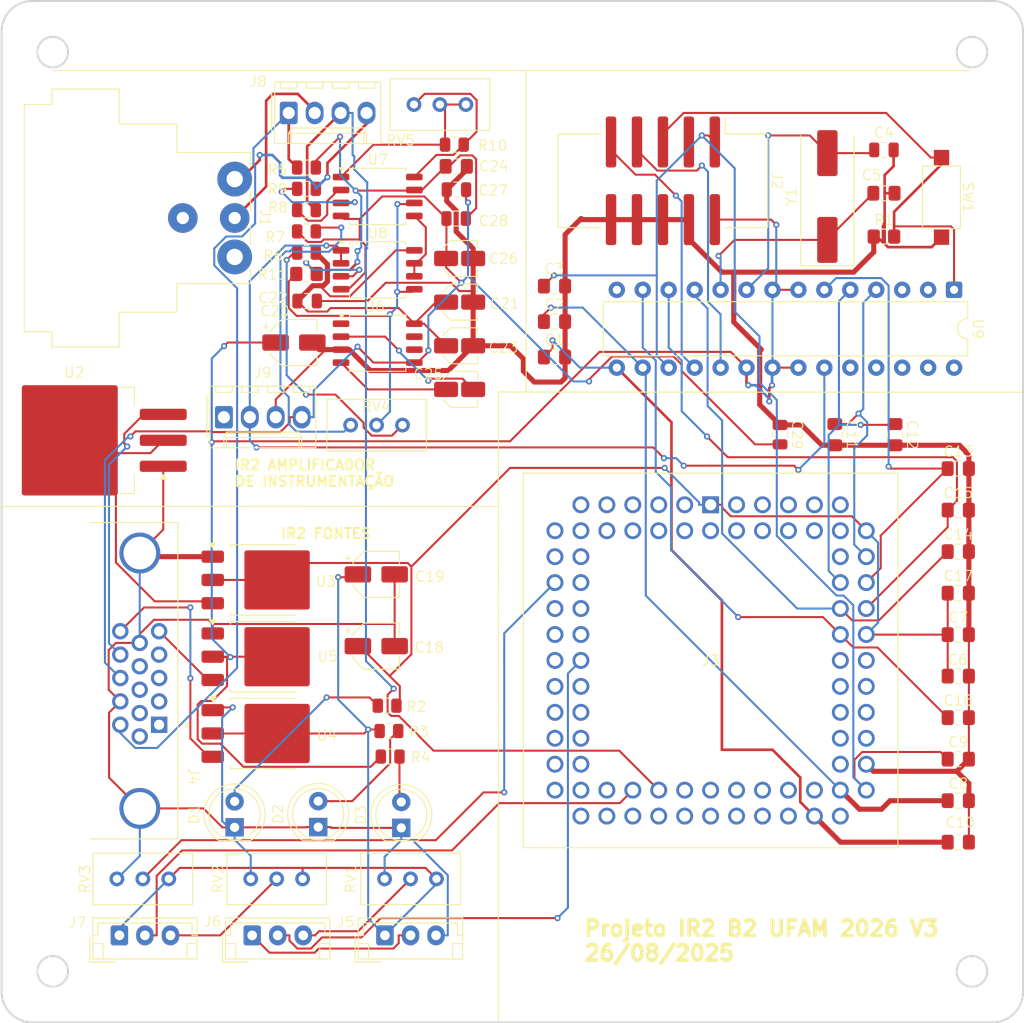
<source format=kicad_pcb>
(kicad_pcb (version 20241229) (generator "pcbnew") (generator_version "9.0")
  (title_block (title "IR2_B2_UFAM") (date "08/08/2025") (rev "V1") (company "UFAM-UFMG"))
  (layers (0 "F.Cu" signal "IR2_F.Cu") (4 "In1.Cu" power "IR2_In1.Cu") (6 "In2.Cu" power "IR2_In2.Cu") (2 "B.Cu" signal "IR2_B.Cu‏") (13 "F.Paste" user) (15 "B.Paste" user) (5 "F.SilkS" user "IR2 B2 UFAM") (7 "B.SilkS" user "IR2 B2 UFAM V2") (1 "F.Mask" user) (3 "B.Mask" user) (25 "Edge.Cuts" user))
  (net 0 "")
  (net 1 "Net-(U6-CAP-)")
  (net 2 "Net-(U6-CAP+)")
  (net 3 "Net-(D1-A)")
  (net 4 "Net-(D2-A)")
  (net 5 "Net-(D3-A)")
  (net 6 "/MODO E_RST E_RDR/E_RDR")
  (net 7 "Net-(J3-RST)")
  (net 8 "GND")
  (net 9 "/A0")
  (net 10 "/MODO E_RST E_RDR/E_RST")
  (net 11 "/A2")
  (net 12 "/Módulo Amplificador de Instrumentação/S+")
  (net 13 "/AC0")
  (net 14 "/A1")
  (net 15 "/Módulo Amplificador de Instrumentação/VOUT")
  (net 16 "/Módulo Amplificador de Instrumentação/S-")
  (net 17 "Net-(R6-Pad1)")
  (net 18 "Net-(R7-Pad2)")
  (net 19 "Net-(R10-Pad1)")
  (net 20 "Net-(R10-Pad2)")
  (net 21 "/MODO E_RST E_RDR/V_LOAD")
  (net 23 "Net-(U9-XTAL1{slash}PB6)")
  (net 24 "Net-(U9-XTAL2{slash}PB7)")
  (net 25 "/SCK")
  (net 26 "/MISO")
  (net 27 "Net-(U2-VO)")
  (net 30 "3,3V")
  (net 31 "/RESET")
  (net 32 "Net-(U7--)")
  (net 33 "/Fontes/3V3IR2")
  (net 34 "/RWS")
  (net 109 "/AC1")
  (net 110 "/AC2")
  (net 111 "Net-(J3-RDR)")
  (net 113 "Net-(U7-+)")
  (net 114 "Net-(U8-2IN+)")
  (net 115 "Net-(U8-1IN+)")
  (net 116 "Net-(U7-Ref)")
  (net 117 "/MODO E_RST E_RDR/3V3")
  (net 118 "Net-(U6-V+)")
  (net 119 "-12V")
  (net 120 "+8V4")
  (net 121 "+12V")
  (net 122 "Net-(BT4-+)")
  (net 123 "Net-(J5-Pin_2)")
  (net 124 "Net-(J6-Pin_3)")
  (net 125 "Net-(J7-Pin_3)")
  (net 126 "Net-(BT3-+)")
  (footprint "Capacitor_SMD:C_0805_2012Metric_Pad1.18x1.45mm_HandSolder" (layer "F.Cu") (at 218.8425 105.662)
    (property "Reference" "C6")
    (property "Value" "100nF")
  )
  (footprint "Package_SO:SOIC-8_5.3x5.3mm_P1.27mm" (layer "F.Cu") (at 162 58.7)
    (property "Reference" "U7")
    (property "Value" "AD620")
  )
  (footprint "Capacitor_SMD:C_0805_2012Metric_Pad1.18x1.45mm_HandSolder" (layer "F.Cu") (at 218.8425 101.598)
    (property "Reference" "C7")
    (property "Value" "100nF")
  )
  (footprint "Resistor_SMD:R_0805_2012Metric" (layer "F.Cu") (at 155.0275 57.9533)
    (property "Reference" "R9")
    (property "Value" "1K")
  )
  (footprint "Resistor_SMD:R_0805_2012Metric_Pad1.20x1.40mm_HandSolder" (layer "F.Cu") (at 155.0275 66.2867)
    (property "Reference" "R11")
    (property "Value" "1K")
  )
  (footprint "Capacitor_SMD:C_0805_2012Metric" (layer "F.Cu") (at 201.39 82.02 -90)
    (property "Reference" "C29")
    (property "Value" "100nF")
  )
  (footprint "Capacitor_SMD:C_Elec_3x5.4" (layer "F.Cu") (at 170.02 77.59)
    (property "Reference" "C25")
    (property "Value" "10uF")
  )
  (footprint "Package_TO_SOT_SMD:TO-263-3_TabPin2" (layer "F.Cu") (at 133.355 82.575 180)
    (property "Reference" "U2")
    (property "Value" "AZ1084-5.0")
  )
  (footprint "Capacitor_SMD:C_Elec_3x5.4" (layer "F.Cu") (at 170.02 64.77)
    (property "Reference" "C26")
    (property "Value" "10uF")
  )
  (footprint "Capacitor_SMD:C_0805_2012Metric_Pad1.18x1.45mm_HandSolder" (layer "F.Cu") (at 218.8425 113.79)
    (property "Reference" "C9")
    (property "Value" "100nF")
  )
  (footprint "Capacitor_SMD:C_0805_2012Metric" (layer "F.Cu") (at 169.71 58.03 180)
    (property "Reference" "C27")
    (property "Value" "100nF")
  )
  (footprint "Resistor_SMD:R_0805_2012Metric" (layer "F.Cu") (at 155.0275 64.2033)
    (property "Reference" "R6")
    (property "Value" "1K")
  )
  (footprint "Package_TO_SOT_SMD:TO-252-3_TabPin2" (layer "F.Cu") (at 150.89 111.275)
    (property "Reference" "U4")
    (property "Value" "AZ1084-3.3")
  )
  (footprint "Package_DIP:DIP-28_W7.62mm" (layer "F.Cu") (at 218.43 67.84 -90)
    (property "Reference" "U9")
    (property "Value" "ir2_U1_Atmega328P")
  )
  (footprint "LED_THT:LED_D5.0mm" (layer "F.Cu") (at 147.99 120.465 90)
    (property "Reference" "D1")
    (property "Value" "LED")
  )
  (footprint "Capacitor_SMD:C_0805_2012Metric_Pad1.18x1.45mm_HandSolder" (layer "F.Cu") (at 218.8425 85.342)
    (property "Reference" "C13")
    (property "Value" "100nF")
  )
  (footprint "Capacitor_SMD:C_Elec_3x5.4" (layer "F.Cu") (at 170.02 69.0433)
    (property "Reference" "C21")
    (property "Value" "10uF")
  )
  (footprint "Capacitor_SMD:C_0805_2012Metric_Pad1.18x1.45mm_HandSolder" (layer "F.Cu") (at 169.6925 55.75)
    (property "Reference" "C24")
    (property "Value" "100nF")
  )
  (footprint "Capacitor_SMD:C_0805_2012Metric" (layer "F.Cu") (at 211.5625 54.14)
    (property "Reference" "C4")
    (property "Value" "22pF")
  )
  (footprint "Button_Switch_SMD:SW_SPST_CK_RS282G05A3" (layer "F.Cu") (at 217.2 58.79 -90)
    (property "Reference" "SW1")
    (property "Value" "IR2_UFAM")
  )
  (footprint "Connector_JST:JST_EH_B3B-EH-A_1x03_P2.50mm_Vertical" (layer "F.Cu") (at 162.71 131.04)
    (property "Reference" "J5")
    (property "Value" "Conn_01x03_Pin")
  )
  (footprint "Capacitor_SMD:C_0805_2012Metric_Pad1.18x1.45mm_HandSolder" (layer "F.Cu") (at 218.8425 89.406)
    (property "Reference" "C15")
    (property "Value" "100nF")
  )
  (footprint "Capacitor_SMD:C_0805_2012Metric_Pad1.18x1.45mm_HandSolder" (layer "F.Cu") (at 212.65 82.02 -90)
    (property "Reference" "C12")
    (property "Value" "100nF")
  )
  (footprint "Capacitor_SMD:C_0805_2012Metric_Pad1.18x1.45mm_HandSolder" (layer "F.Cu") (at 211.5625 58.385)
    (property "Reference" "C5")
    (property "Value" "22pF")
  )
  (footprint "Capacitor_SMD:CP_Elec_4x5.8" (layer "F.Cu") (at 161.86 102.725)
    (property "Reference" "C18")
    (property "Value" "22uF")
  )
  (footprint "Capacitor_SMD:C_0805_2012Metric" (layer "F.Cu") (at 169.68 60.86)
    (property "Reference" "C28")
    (property "Value" "100nF")
  )
  (footprint "Capacitor_SMD:C_0805_2012Metric_Pad1.18x1.45mm_HandSolder" (layer "F.Cu") (at 218.8425 93.47)
    (property "Reference" "C14")
    (property "Value" "100nF")
  )
  (footprint "Resistor_SMD:R_0805_2012Metric_Pad1.20x1.40mm_HandSolder" (layer "F.Cu") (at 211.5625 62.63)
    (property "Reference" "R1")
    (property "Value" "10K")
  )
  (footprint "Connector_JST:JST_EH_B3B-EH-A_1x03_P2.50mm_Vertical" (layer "F.Cu") (at 136.71 131.04)
    (property "Reference" "J7")
    (property "Value" "Conn_01x03_Pin")
  )
  (footprint "Package_TO_SOT_SMD:TO-252-3_TabPin2" (layer "F.Cu") (at 150.89 103.76)
    (property "Reference" "U5")
    (property "Value" "AZ1084-3.3")
  )
  (footprint "Capacitor_SMD:C_0805_2012Metric_Pad1.18x1.45mm_HandSolder" (layer "F.Cu") (at 218.8425 109.726)
    (property "Reference" "C16")
    (property "Value" "100nF")
  )
  (footprint "IR2_Library:ir2_J3_UFAM_PLCC84AT" (layer "F.Cu") (at 194.595 88.885)
    (property "Reference" "J3")
    (property "Value" "IR2_UFAM_V0_PLCC84" (hide yes))
  )
  (footprint "Connector_JST:JST_EH_B3B-EH-A_1x03_P2.50mm_Vertical" (layer "F.Cu") (at 149.71 131.04)
    (property "Reference" "J6")
    (property "Value" "Conn_01x03_Pin")
  )
  (footprint "Potentiometer_THT:Potentiometer_Bourns_3296W_Vertical" (layer "F.Cu") (at 141.545 125.51)
    (property "Reference" "RV3")
    (property "Value" "10K")
  )
  (footprint "Connector_Dsub:DSUB-15-HD_Socket_Horizontal_P2.29x1.90mm_EdgePinOffset3.03mm_Housed_MountingHolesOffset4.94mm" (layer "F.Cu") (at 140.6 110.425 -90)
    (property "Reference" "J4")
    (property "Value" "DE15_Socket_HighDensity_MountingHoles")
  )
  (footprint "Connector_IDC:IDC-Header_2x05_P2.54mm_Vertical_SMD" (layer "F.Cu") (at 189.925 57.165 -90)
    (property "Reference" "J2")
    (property "Value" "USBAsp")
  )
  (footprint "Resistor_SMD:R_0805_2012Metric" (layer "F.Cu") (at 163.22 113.535)
    (property "Reference" "R4")
    (property "Value" "220R")
  )
  (footprint "Connector_Molex:Molex_KK-254_AE-6410-04A_1x04_P2.54mm_Vertical" (layer "F.Cu") (at 153.29 50.5246)
    (property "Reference" "J8")
    (property "Value" "Entrada")
  )
  (footprint "Capacitor_SMD:C_0805_2012Metric_Pad1.18x1.45mm_HandSolder" (layer "F.Cu") (at 206.75 82.02 -90)
    (property "Reference" "C11")
    (property "Value" "100nF")
  )
  (footprint "Capacitor_SMD:C_0805_2012Metric" (layer "F.Cu") (at 155.09 68.94)
    (property "Reference" "C22")
    (property "Value" "100nF")
  )
  (footprint "LED_THT:LED_D5.0mm" (layer "F.Cu") (at 164.31 120.52 90)
    (property "Reference" "D3")
    (property "Value" "LED")
  )
  (footprint "Capacitor_SMD:C_0805_2012Metric_Pad1.18x1.45mm_HandSolder" (layer "F.Cu") (at 218.8425 121.918)
    (property "Reference" "C10")
    (property "Value" "100nF")
  )
  (footprint "Connector_Audio:Jack_XLR_Neutrik_NC3MBH-B_Horizontal" (layer "F.Cu") (at 148 57 -90)
    (property "Reference" "J1")
    (property "Value" "NC3MBH-B" (hide yes))
  )
  (footprint "Potentiometer_THT:Potentiometer_Bourns_3296W_Vertical" (layer "F.Cu") (at 170.63 49.7)
    (property "Reference" "RV5")
    (property "Value" "100K")
  )
  (footprint "Capacitor_SMD:CP_Elec_4x5.8" (layer "F.Cu") (at 161.86 95.695)
    (property "Reference" "C19")
    (property "Value" "22uF")
  )
  (footprint "Capacitor_SMD:C_0805_2012Metric_Pad1.18x1.45mm_HandSolder" (layer "F.Cu") (at 179.31 74.42)
    (property "Reference" "C1")
    (property "Value" "100nF")
  )
  (footprint "Connector_Molex:Molex_KK-254_AE-6410-04A_1x04_P2.54mm_Vertical" (layer "F.Cu") (at 146.94 80.31)
    (property "Reference" "J9")
    (property "Value" "Saída")
  )
  (footprint "Capacitor_SMD:CP_Elec_4x5.8" (layer "F.Cu") (at 153.8 73)
    (property "Reference" "C20")
    (property "Value" "22uF")
  )
  (footprint "Capacitor_SMD:C_0805_2012Metric_Pad1.18x1.45mm_HandSolder" (layer "F.Cu") (at 179.31 70.95)
    (property "Reference" "C2")
    (property "Value" "100nF")
  )
  (footprint "LED_THT:LED_D5.0mm" (layer "F.Cu") (at 156.18 120.44 90)
    (property "Reference" "D2")
    (property "Value" "LED")
  )
  (footprint "Potentiometer_THT:Potentiometer_Bourns_3296W_Vertical" (layer "F.Cu") (at 154.65 125.51)
    (property "Reference" "RV2")
    (property "Value" "10K")
  )
  (footprint "Resistor_SMD:R_0805_2012Metric" (layer "F.Cu") (at 169.5075 53.63)
    (property "Reference" "R10")
    (property "Value" "49,4kR")
  )
  (footprint "Package_TO_SOT_SMD:TO-252-3_TabPin2" (layer "F.Cu") (at 150.89 96.245)
    (property "Reference" "U3")
    (property "Value" "AZ1084-3.3")
  )
  (footprint "Capacitor_SMD:C_Elec_3x5.4" (layer "F.Cu") (at 170.02 73.3167)
    (property "Reference" "C23")
    (property "Value" "10uF")
  )
  (footprint "Package_SO:SOIC-8_5.3x5.3mm_P1.27mm" (layer "F.Cu") (at 162 73.06)
    (property "Reference" "U6")
    (property "Value" "LMC7660")
  )
  (footprint "Potentiometer_THT:Potentiometer_Bourns_3296W_Vertical" (layer "F.Cu") (at 167.755 125.51)
    (property "Reference" "RV1")
    (property "Value" "10K")
  )
  (footprint "Capacitor_SMD:C_0805_2012Metric_Pad1.18x1.45mm_HandSolder" (layer "F.Cu") (at 218.8425 117.854)
    (property "Reference" "C8")
    (property "Value" "100nF")
  )
  (footprint "Capacitor_SMD:C_0805_2012Metric_Pad1.18x1.45mm_HandSolder" (layer "F.Cu") (at 218.8425 97.534)
    (property "Reference" "C17")
    (property "Value" "100nF")
  )
  (footprint "Resistor_SMD:R_0805_2012Metric" (layer "F.Cu") (at 163.1 111.035)
    (property "Reference" "R3")
    (property "Value" "220R")
  )
  (footprint "Capacitor_SMD:C_0805_2012Metric_Pad1.18x1.45mm_HandSolder" (layer "F.Cu") (at 179.31 67.48)
    (property "Reference" "C3")
    (property "Value" "100nF")
  )
  (footprint "Resistor_SMD:R_0805_2012Metric" (layer "F.Cu") (at 155.0275 55.87)
    (property "Reference" "R5")
    (property "Value" "10R")
  )
  (footprint "Potentiometer_THT:Potentiometer_Bourns_3296W_Vertical" (layer "F.Cu") (at 164.43 81.08)
    (property "Reference" "RV4")
    (property "Value" "10K")
  )
  (footprint "Resistor_SMD:R_0805_2012Metric" (layer "F.Cu") (at 162.92 108.555)
    (property "Reference" "R2")
    (property "Value" "220R")
  )
  (footprint "Resistor_SMD:R_0805_2012Metric" (layer "F.Cu") (at 155.0275 62.12)
    (property "Reference" "R7")
    (property "Value" "1K")
  )
  (footprint "IR2_Library:ir2_U8_SOIC-8_5.3x5.3mm_P1.27mm" (layer "F.Cu") (at 162 65.88)
    (property "Reference" "U8")
    (property "Value" "ir2_U8_LM358")
  )
  (footprint "Crystal:Crystal_SMD_HC49-SD" (layer "F.Cu") (at 206.025 58.705 90)
    (property "Reference" "Y1")
    (property "Value" "16MHz")
  )
  (footprint "Resistor_SMD:R_0805_2012Metric" (layer "F.Cu") (at 155.0275 60.0367)
    (property "Reference" "R8")
    (property "Value" "1K")
  )
  (gr_line (start 225.06 77.87) (end 176.53 77.85) (stroke (width 0.1)) (layer "F.SilkS"))
  (gr_line (start 125.34 89.04) (end 173.79 89.05) (stroke (width 0.1)) (layer "F.SilkS"))
  (gr_line (start 130.14 46.37) (end 219.98 46.37) (stroke (width 0.1)) (layer "F.SilkS"))
  (gr_line (start 176.53 77.85) (end 173.8198 77.8404) (stroke (width 0.1)) (layer "F.SilkS"))
  (gr_line (start 173.8198 77.8404) (end 173.81 139.41) (stroke (width 0.1)) (layer "F.SilkS"))
  (gr_line (start 176.53 77.85) (end 176.52 46.44) (stroke (width 0.1)) (layer "F.SilkS"))
  (gr_arc (start 125.182498 42.564998) (mid 126.061177 40.443679) (end 128.182495 39.565) (stroke (width 0.2)) (layer "Edge.Cuts"))
  (gr_circle (center 220.1825 134.565) (end 220.1825 136.065) (stroke (width 0.2)) (fill no) (layer "Edge.Cuts"))
  (gr_arc (start 225.182498 136.564998) (mid 224.303817 138.686318) (end 222.182498 139.565) (stroke (width 0.2)) (layer "Edge.Cuts"))
  (gr_circle (center 220.1825 44.565) (end 220.1825 46.065) (stroke (width 0.2)) (fill no) (layer "Edge.Cuts"))
  (gr_line (start 225.182498 136.564998) (end 225.182498 42.565001) (stroke (width 0.2)) (layer "Edge.Cuts"))
  (gr_line (start 128.182501 139.565) (end 222.182498 139.565) (stroke (width 0.2)) (layer "Edge.Cuts"))
  (gr_circle (center 130.1825 134.565) (end 130.1825 136.065) (stroke (width 0.2)) (fill no) (layer "Edge.Cuts"))
  (gr_arc (start 128.182501 139.565) (mid 126.061179 138.686319) (end 125.182498 136.564998) (stroke (width 0.2)) (layer "Edge.Cuts"))
  (gr_arc (start 222.182497 39.565) (mid 224.303818 40.44368) (end 225.182498 42.565001) (stroke (width 0.2)) (layer "Edge.Cuts"))
  (gr_line (start 125.182498 42.564998) (end 125.182498 136.564998) (stroke (width 0.2)) (layer "Edge.Cuts"))
  (gr_circle (center 130.1825 44.565) (end 130.1825 46.065) (stroke (width 0.2)) (fill no) (layer "Edge.Cuts"))
  (gr_line (start 222.182497 39.565) (end 128.182495 39.565) (stroke (width 0.2)) (layer "Edge.Cuts"))
  (gr_text "Projeto IR2 B2 UFAM 2026 V3\n26/08/2025" (at 182.04 133.66 0) (layer "F.SilkS") (effects (font (size 1.5 1.5) (thickness 0.375) (bold yes)) (justify left bottom)))
  (gr_text "IR2 AMPLIFICADOR \nDE INSTRUMENTAÇÃO" (at 147.9 87.18 0) (layer "F.SilkS") (effects (font (size 1 1) (thickness 0.2) (bold yes)) (justify left bottom)))
  (gr_text "IR2 FONTES" (at 152.42 92.285 0) (layer "F.SilkS") (effects (font (size 1 1) (thickness 0.2) (bold yes)) (justify left bottom)))
  (segment (start 158.4125 74.965) (end 161.0375 77.59) (width 0.2) (layer "F.Cu") (net 1))
  (segment (start 161.0375 77.59) (end 168.695 77.59) (width 0.2) (layer "F.Cu") (net 1))
  (segment (start 170.2923 76.5373) (end 167.158 76.5373) (width 0.2) (layer "F.Cu") (net 2))
  (segment (start 167.158 76.5373) (end 166.9548 76.7405) (width 0.2) (layer "F.Cu") (net 2))
  (segment (start 164.0844 73.7897) (end 162.7197 72.425) (width 0.2) (layer "F.Cu") (net 2))
  (segment (start 171.345 77.59) (end 170.2923 76.5373) (width 0.2) (layer "F.Cu") (net 2))
  (segment (start 162.7197 72.425) (end 158.4125 72.425) (width 0.2) (layer "F.Cu") (net 2))
  (via (at 164.0844 73.7897) (size 0.6) (drill 0.3) (layers "F.Cu" "B.Cu") (net 2))
  (via (at 166.9548 76.7405) (size 0.6) (drill 0.3) (layers "F.Cu" "B.Cu") (net 2))
  (segment (start 166.9548 76.7405) (end 164.0844 73.8701) (width 0.2) (layer "B.Cu") (net 2))
  (segment (start 164.0844 73.8701) (end 164.0844 73.7897) (width 0.2) (layer "B.Cu") (net 2))
  (segment (start 161.2016 107.7491) (end 162.0075 108.555) (width 0.2) (layer "F.Cu") (net 3))
  (segment (start 156.9979 107.7491) (end 161.2016 107.7491) (width 0.2) (layer "F.Cu") (net 3))
  (via (at 156.9979 107.7491) (size 0.6) (drill 0.3) (layers "F.Cu" "B.Cu") (net 3))
  (segment (start 147.99 117.925) (end 147.99 116.757) (width 0.2) (layer "B.Cu") (net 3))
  (segment (start 147.99 116.757) (end 156.9979 107.7491) (width 0.2) (layer "B.Cu") (net 3))
  (segment (start 159.5024 117.9) (end 156.18 117.9) (width 0.2) (layer "F.Cu") (net 4))
  (segment (start 163.22 111.8275) (end 163.22 114.1824) (width 0.2) (layer "F.Cu") (net 4))
  (segment (start 164.0125 111.035) (end 163.22 111.8275) (width 0.2) (layer "F.Cu") (net 4))
  (segment (start 163.22 114.1824) (end 159.5024 117.9) (width 0.2) (layer "F.Cu") (net 4))
  (segment (start 164.31 117.98) (end 164.1325 117.8025) (width 0.2) (layer "F.Cu") (net 5))
  (segment (start 164.1325 117.8025) (end 164.1325 113.535) (width 0.2) (layer "F.Cu") (net 5))
  (segment (start 185.705 118.095) (end 186.975 116.825) (width 0.2) (layer "F.Cu") (net 6))
  (segment (start 139.21 131.04) (end 140.3617 131.04) (width 0.2) (layer "F.Cu") (net 6))
  (segment (start 169.271 122.7257) (end 173.9017 118.095) (width 0.2) (layer "F.Cu") (net 6))
  (segment (start 142.851 122.7257) (end 169.271 122.7257) (width 0.2) (layer "F.Cu") (net 6))
  (segment (start 173.9017 118.095) (end 185.705 118.095) (width 0.2) (layer "F.Cu") (net 6))
  (segment (start 140.3617 131.04) (end 140.3617 125.215) (width 0.2) (layer "F.Cu") (net 6))
  (segment (start 140.3617 125.215) (end 142.851 122.7257) (width 0.2) (layer "F.Cu") (net 6))
  (segment (start 195.7 98.25) (end 190.76 93.31) (width 0.26) (layer "F.Cu") (net 7))
  (segment (start 203.371 115.591) (end 200.65 112.87) (width 0.26) (layer "F.Cu") (net 7))
  (segment (start 204.755 119.365) (end 203.371 117.981) (width 0.26) (layer "F.Cu") (net 7))
  (segment (start 203.371 117.981) (end 203.371 115.591) (width 0.26) (layer "F.Cu") (net 7))
  (segment (start 195.7 112.87) (end 195.7 98.25) (width 0.26) (layer "F.Cu") (net 7))
  (segment (start 217.805 121.918) (end 207.308 121.918) (width 0.5) (layer "F.Cu") (net 7))
  (segment (start 178.2725 74.42) (end 179.1139 73.5786) (width 0.2) (layer "F.Cu") (net 7))
  (segment (start 200.65 112.87) (end 195.7 112.87) (width 0.26) (layer "F.Cu") (net 7))
  (segment (start 190.76 93.31) (end 190.76 80.81) (width 0.26) (layer "F.Cu") (net 7))
  (segment (start 207.308 121.918) (end 204.755 119.365) (width 0.5) (layer "F.Cu") (net 7))
  (segment (start 190.76 80.81) (end 185.41 75.46) (width 0.26) (layer "F.Cu") (net 7))
  (segment (start 179.1139 73.5786) (end 179.1139 72.7878) (width 0.2) (layer "F.Cu") (net 7))
  (via (at 179.1139 72.7878) (size 0.6) (drill 0.3) (layers "F.Cu" "B.Cu") (net 7))
  (segment (start 181.7861 75.46) (end 185.41 75.46) (width 0.2) (layer "B.Cu") (net 7))
  (segment (start 179.1139 72.7878) (end 181.7861 75.46) (width 0.2) (layer "B.Cu") (net 7))
  (segment (start 210.562 62.63) (end 210.5625 62.63) (width 0.26) (layer "F.Cu") (net 8))
  (segment (start 151.08 49.32) (end 151.08 57.73) (width 0.26) (layer "F.Cu") (net 8))
  (segment (start 174.987 73.3167) (end 176.26 74.59) (width 0.5) (layer "F.Cu") (net 8))
  (segment (start 145.85 93.965) (end 139.065 93.965) (width 0.5) (layer "F.Cu") (net 8))
  (segment (start 135.6983 115.5983) (end 135.6983 109.2367) (width 0.2) (layer "F.Cu") (net 8))
  (segment (start 212.65 83.0575) (end 218.958 83.0575) (width 0.5) (layer "F.Cu") (net 8))
  (segment (start 180.348 71.0835) (end 180.348 66.9534) (width 0.5) (layer "F.Cu") (net 8))
  (segment (start 219.88 89.406) (end 219.88 93.47) (width 0.5) (layer "F.Cu") (net 8))
  (segment (start 156.295 73.695) (end 155.6 73) (width 0.5) (layer "F.Cu") (net 8))
  (segment (start 180.3475 74.42) (end 180.348 74.42) (width 0.2) (layer "F.Cu") (net 8))
  (segment (start 210.5625 62.63) (end 210.89 62.63) (width 0.26) (layer "F.Cu") (net 8))
  (segment (start 168.921 75.741) (end 161.271 75.741) (width 0.5) (layer "F.Cu") (net 8))
  (segment (start 144.9333 118.61) (end 146.7883 120.465) (width 0.2) (layer "F.Cu") (net 8))
  (segment (start 219.88 113.79) (end 219.88 109.726) (width 0.2) (layer "F.Cu") (net 8))
  (segment (start 162.7829 67.15) (end 169.1797 67.15) (width 0.2) (layer "F.Cu") (net 8))
  (segment (start 168.76 58.03) (end 168.76 59.1667) (width 0.5) (layer "F.Cu") (net 8))
  (segment (start 206.75 83.0575) (end 212.65 83.0575) (width 0.5) (layer "F.Cu") (net 8))
  (segment (start 211.632 56.6085) (end 212.51 55.73) (width 0.26) (layer "F.Cu") (net 8))
  (segment (start 145.85 100.5565) (end 145.85 101.48) (width 0.2) (layer "F.Cu") (net 8))
  (segment (start 219.88 113.79) (end 218.69 114.98) (width 0.5) (layer "F.Cu") (net 8))
  (segment (start 146.1246 108.7204) (end 145.85 108.995) (width 0.2) (layer "F.Cu") (net 8))
  (segment (start 201.39 81.07) (end 203.5 81.07) (width 0.5) (layer "F.Cu") (net 8))
  (segment (start 180.348 66.9534) (end 180.348 62.4325) (width 0.5) (layer "F.Cu") (net 8))
  (segment (start 147.99 120.465) (end 154.9533 120.465) (width 0.2) (layer "F.Cu") (net 8))
  (segment (start 219.88 116.17) (end 218.69 114.98) (width 0.5) (layer "F.Cu") (net 8))
  (segment (start 180.348 76.4725) (end 180.348 74.42) (width 0.5) (layer "F.Cu") (net 8))
  (segment (start 210.53 114.98) (end 209.835 114.285) (width 0.5) (layer "F.Cu") (net 8))
  (segment (start 211.686 58.385) (end 211.632 58.33) (width 0.26) (layer "F.Cu") (net 8))
  (segment (start 156.8972 73.695) (end 152.02 78.5722) (width 0.2) (layer "F.Cu") (net 8))
  (segment (start 212.51 54.1425) (end 212.512 54.14) (width 0.26) (layer "F.Cu") (net 8))
  (segment (start 171.345 73.3167) (end 171.345 69.0433) (width 0.5) (layer "F.Cu") (net 8))
  (segment (start 156.8972 73.695) (end 156.295 73.695) (width 0.5) (layer "F.Cu") (net 8))
  (segment (start 180.348 74.42) (end 180.348 71.0835) (width 0.5) (layer "F.Cu") (net 8))
  (segment (start 171.345 73.3167) (end 168.921 75.741) (width 0.5) (layer "F.Cu") (net 8))
  (segment (start 212.5125 54.14) (end 212.512 54.14) (width 0.2) (layer "F.Cu") (net 8))
  (segment (start 180.348 71.0835) (end 180.348 70.9505) (width 0.2) (layer "F.Cu") (net 8))
  (segment (start 210.562 64.1475) (end 210.562 62.63) (width 0.5) (layer "F.Cu") (net 8))
  (segment (start 187.385 60.965) (end 189.925 60.965) (width 0.5) (layer "F.Cu") (net 8))
  (segment (start 141.005 91.315) (end 138.71 93.61) (width 0.2) (layer "F.Cu") (net 8))
  (segment (start 211.632 61.2693) (end 211.444 61.4573) (width 0.2) (layer "F.Cu") (net 8))
  (segment (start 180.348 70.9505) (end 180.3475 70.95) (width 0.2) (layer "F.Cu") (net 8))
  (segment (start 211.632 58.33) (end 211.632 56.6085) (width 0.26) (layer "F.Cu") (net 8))
  (segment (start 179.95 76.87) (end 180.348 76.4725) (width 0.5) (layer "F.Cu") (net 8))
  (segment (start 196.859 70.989) (end 196.859 66.199) (width 0.5) (layer "F.Cu") (net 8))
  (segment (start 216.229 63.661) (end 211.965 63.661) (width 0.26) (layer "F.Cu") (net 8))
  (segment (start 147.99 120.465) (end 146.7883 120.465) (width 0.2) (layer "F.Cu") (net 8))
  (segment (start 163.66 100.5565) (end 163.66 95.695) (width 0.2) (layer "F.Cu") (net 8))
  (segment (start 176.26 74.59) (end 176.26 75.8) (width 0.5) (layer "F.Cu") (net 8))
  (segment (start 170.73 56.06) (end 168.76 58.03) (width 0.5) (layer "F.Cu") (net 8))
  (segment (start 182.025 60.965) (end 184.845 60.965) (width 0.5) (layer "F.Cu") (net 8))
  (segment (start 218.69 114.98) (end 210.53 114.98) (width 0.5) (layer "F.Cu") (net 8))
  (segment (start 151.08 57.73) (end 148 60.81) (width 0.26) (layer "F.Cu") (net 8))
  (segment (start 145.4375 100.144) (end 145.85 100.5565) (width 0.2) (layer "F.Cu") (net 8))
  (segment (start 181.92 60.86) (end 182.025 60.965) (width 0.5) (layer "F.Cu") (net 8))
  (segment (start 154.9533 120.465) (end 154.9783 120.44) (width 0.2) (layer "F.Cu") (net 8))
  (segment (start 138.71 118.61) (end 135.6983 115.5983) (width 0.2) (layer "F.Cu") (net 8))
  (segment (start 171.345 63.795) (end 171.345 64.77) (width 0.5) (layer "F.Cu") (net 8))
  (segment (start 189.925 60.965) (end 192.465 60.965) (width 0.5) (layer "F.Cu") (net 8))
  (segment (start 151.74 48.66) (end 151.08 49.32) (width 0.26) (layer "F.Cu") (net 8))
  (segment (start 136.3721 102.41) (end 138.7 102.41) (width 0.2) (layer "F.Cu") (net 8))
  (segment (start 164.31 120.52) (end 157.4617 120.52) (width 0.2) (layer "F.Cu") (net 8))
  (segment (start 156.04 68.94) (end 160.9929 68.94) (width 0.2) (layer "F.Cu") (net 8))
  (segment (start 163.66 102.725) (end 163.66 100.5565) (width 0.2) (layer "F.Cu") (net 8))
  (segment (start 155.83 50.5247) (end 155.83 50.5246) (width 0.26) (layer "F.Cu") (net 8))
  (segment (start 211.632 61.2693) (end 211.632 58.33) (width 0.26) (layer "F.Cu") (net 8))
  (segment (start 219.88 121.918) (end 219.88 117.854) (width 0.2) (layer "F.Cu") (net 8))
  (segment (start 205.488 83.0575) (end 206.75 83.0575) (width 0.5) (layer "F.Cu") (net 8))
  (segment (start 163.66 100.5565) (end 145.85 100.5565) (width 0.2) (layer "F.Cu") (net 8))
  (segment (start 169.1797 67.15) (end 169.9917 67.962) (width 0.2) (layer "F.Cu") (net 8))
  (segment (start 212.6 58.385) (end 211.686 58.385) (width 0.26) (layer "F.Cu") (net 8))
  (segment (start 169.68 60.0867) (end 169.68 62.13) (width 0.5) (layer "F.Cu") (net 8))
  (segment (start 171.345 64.77) (end 171.345 67.962) (width 0.5) (layer "F.Cu") (net 8))
  (segment (start 219.88 105.662) (end 219.88 101.598) (width 0.2) (layer "F.Cu") (net 8))
  (segment (start 140.0979 100.144) (end 145.4375 100.144) (width 0.2) (layer "F.Cu") (net 8))
  (segment (start 159.225 73.695) (end 158.4125 73.695) (width 0.5) (layer "F.Cu") (net 8))
  (segment (start 219.88 105.662) (end 219.88 109.726) (width 0.2) (layer "F.Cu") (net 8))
  (segment (start 208.6 66.11) (end 210.562 64.1475) (width 0.5) (layer "F.Cu") (net 8))
  (segment (start 154.17 48.66) (end 151.74 48.66) (width 0.26) (layer "F.Cu") (net 8))
  (segment (start 168.76 59.1667) (end 169.68 60.0867) (width 0.5) (layer "F.Cu") (net 8))
  (segment (start 155.83 50.32) (end 154.17 48.66) (width 0.26) (layer "F.Cu") (net 8))
  (segment (start 192.465 62.875) (end 195.7 66.11) (width 0.5) (layer "F.Cu") (net 8))
  (segment (start 136.8 108.135) (end 135.6636 106.9986) (width 0.2) (layer "F.Cu") (net 8))
  (segment (start 180.348 67.4795) (end 180.348 66.9534) (width 0.2) (layer "F.Cu") (net 8))
  (segment (start 169.9917 67.962) (end 171.345 67.962) (width 0.2) (layer "F.Cu") (net 8))
  (segment (start 219.88 85.342) (end 219.88 89.406) (width 0.5) (layer "F.Cu") (net 8))
  (segment (start 196.859 66.199) (end 196.77 66.11) (width 0.5) (layer "F.Cu") (net 8))
  (segment (start 180.3475 67.48) (end 180.348 67.4795) (width 0.2) (layer "F.Cu") (net 8))
  (segment (start 156.18 120.44) (end 157.3817 120.44) (width 0.2) (layer "F.Cu") (net 8))
  (segment (start 176.26 75.8) (end 177.33 76.87) (width 0.5) (layer "F.Cu") (net 8))
  (segment (start 171.345 67.962) (end 171.345 69.0433) (width 0.5) (layer "F.Cu") (net 8))
  (segment (start 169.68 62.13) (end 171.345 63.795) (width 0.5) (layer "F.Cu") (net 8))
  (segment (start 157.4617 120.52) (end 157.3817 120.44) (width 0.2) (layer "F.Cu") (net 8))
  (segment (start 135.6636 103.1185) (end 136.3721 102.41) (width 0.2) (layer "F.Cu") (net 8))
  (segment (start 184.845 60.965) (end 187.385 60.965) (width 0.5) (layer "F.Cu") (net 8))
  (segment (start 177.33 76.87) (end 179.95 76.87) (width 0.5) (layer "F.Cu") (net 8))
  (segment (start 138.7 101.5419) (end 140.0979 100.144) (width 0.2) (layer "F.Cu") (net 8))
  (segment (start 219.88 93.47) (end 219.88 97.534) (width 0.5) (layer "F.Cu") (net 8))
  (segment (start 199.55 73.68) (end 196.859 70.989) (width 0.5) (layer "F.Cu") (net 8))
  (segment (start 152.02 78.5722) (end 152.02 80.31) (width 0.2) (layer "F.Cu") (net 8))
  (segment (start 219.6 83.79) (end 219.88 84.07) (width 0.5) (layer "F.Cu") (net 8))
  (segment (start 138.7 102.41) (end 138.7 101.5419) (width 0.2) (layer "F.Cu") (net 8))
  (segment (start 158.4125 73.695) (end 156.8972 73.695) (width 0.5) (layer "F.Cu") (net 8))
  (segment (start 217.2 62.69) (end 216.229 63.661) (width 0.26) (layer "F.Cu") (net 8))
  (segment (start 139.065 93.965) (end 138.71 93.61) (width 0.5) (layer "F.Cu") (net 8))
  (segment (start 219.88 84.07) (end 219.88 85.342) (width 0.5) (layer "F.Cu") (net 8))
  (segment (start 219.88 97.534) (end 219.88 101.598) (width 0.5) (layer "F.Cu") (net 8))
  (segment (start 196.77 66.11) (end 208.6 66.11) (width 0.5) (layer "F.Cu") (net 8))
  (segment (start 218.958 83.0575) (end 219.6 83.7) (width 0.5) (layer "F.Cu") (net 8))
  (segment (start 211.632 63.3276) (end 211.632 61.2693) (width 0.26) (layer "F.Cu") (net 8))
  (segment (start 211.42 63.16) (end 211.444 63.1365) (width 0.26) (layer "F.Cu") (net 8))
  (segment (start 219.88 117.854) (end 219.88 116.17) (width 0.5) (layer "F.Cu") (net 8))
  (segment (start 195.7 66.11) (end 196.77 66.11) (width 0.5) (layer "F.Cu") (net 8))
  (segment (start 161.271 75.741) (end 159.225 73.695) (width 0.5) (layer "F.Cu") (net 8))
  (segment (start 135.6636 106.9986) (end 135.6636 103.1185) (width 0.2) (layer "F.Cu") (net 8))
  (segment (start 211.444 61.4573) (end 211.444 63.1365) (width 0.2) (layer "F.Cu") (net 8))
  (segment (start 155.83 50.5246) (end 155.83 50.32) (width 0.26) (layer "F.Cu") (net 8))
  (segment (start 199.399 73.831) (end 199.55 73.68) (width 0.5) (layer "F.Cu") (net 8))
  (segment (start 210.89 62.63) (end 211.42 63.16) (width 0.26) (layer "F.Cu") (net 8))
  (segment (start 170.73 55.75) (end 170.73 56.06) (width 0.5) (layer "F.Cu") (net 8))
  (segment (start 201.39 81.07) (end 199.399 79.079) (width 0.5) (layer "F.Cu") (net 8))
  (segment (start 212.51 55.73) (end 212.51 54.1425) (width 0.26) (layer "F.Cu") (net 8))
  (segment (start 199.399 79.079) (end 199.399 73.831) (width 0.5) (layer "F.Cu") (net 8))
  (segment (start 141.005 85.115) (end 141.005 91.315) (width 0.2) (layer "F.Cu") (net 8))
  (segment (start 147.8049 108.7204) (end 146.1246 108.7204) (width 0.2) (layer "F.Cu") (net 8))
  (segment (start 160.9929 68.94) (end 162.7829 67.15) (width 0.2) (layer "F.Cu") (net 8))
  (segment (start 203.5 81.07) (end 205.488 83.0575) (width 0.5) (layer "F.Cu") (net 8))
  (segment (start 135.6983 109.2367) (end 136.8 108.135) (width 0.2) (layer "F.Cu") (net 8))
  (segment (start 192.465 60.965) (end 192.465 62.875) (width 0.5) (layer "F.Cu") (net 8))
  (segment (start 211.965 63.661) (end 211.632 63.3276) (width 0.26) (layer "F.Cu") (net 8))
  (segment (start 219.6 83.7) (end 219.6 83.79) (width 0.5) (layer "F.Cu") (net 8))
  (segment (start 138.71 118.61) (end 144.9333 118.61) (width 0.2) (layer "F.Cu") (net 8))
  (segment (start 171.345 73.3167) (end 174.987 73.3167) (width 0.5) (layer "F.Cu") (net 8))
  (segment (start 156.18 120.44) (end 154.9783 120.44) (width 0.2) (layer "F.Cu") (net 8))
  (segment (start 180.348 62.4325) (end 181.92 60.86) (width 0.5) (layer "F.Cu") (net 8))
  (via (at 147.8049 108.7204) (size 0.6) (drill 0.3) (layers "F.Cu" "B.Cu") (net 8))
  (segment (start 147.99 120.465) (end 147.99 121.0658) (width 0.2) (layer "B.Cu") (net 8))
  (segment (start 167.71 131.04) (end 168.8617 131.04) (width 0.2) (layer "B.Cu") (net 8))
  (segment (start 136.465 125.51) (end 138.71 123.265) (width 0.2) (layer "B.Cu") (net 8))
  (segment (start 146.7692 109.7561) (end 147.8049 108.7204) (width 0.2) (layer "B.Cu") (net 8))
  (segment (start 164.31 120.52) (end 164.31 121.7217) (width 0.2) (layer "B.Cu") (net 8))
  (segment (start 138.71 123.265) (end 138.71 118.61) (width 0.2) (layer "B.Cu") (net 8))
  (segment (start 164.31 121.7217) (end 162.675 123.3567) (width 0.2) (layer "B.Cu") (net 8))
  (segment (start 147.99 121.0658) (end 147.99 121.6667) (width 0.2) (layer "B.Cu") (net 8))
  (segment (start 138.7 102.41) (end 138.7 93.62) (width 0.2) (layer "B.Cu") (net 8))
  (segment (start 162.675 123.3567) (end 162.675 125.51) (width 0.2) (layer "B.Cu") (net 8))
  (segment (start 147.99 121.0658) (end 146.7692 119.845) (width 0.2) (layer "B.Cu") (net 8))
  (segment (start 147.99 121.6667) (end 149.57 123.2467) (width 0.2) (layer "B.Cu") (net 8))
  (segment (start 138.7 93.62) (end 138.71 93.61) (width 0.2) (layer "B.Cu") (net 8))
  (segment (start 165.4245 121.7217) (end 164.31 121.7217) (width 0.2) (layer "B.Cu") (net 8))
  (segment (start 149.57 123.2467) (end 149.57 125.51) (width 0.2) (layer "B.Cu") (net 8))
  (segment (start 146.7692 119.845) (end 146.7692 109.7561) (width 0.2) (layer "B.Cu") (net 8))
  (segment (start 168.8617 125.1589) (end 165.4245 121.7217) (width 0.2) (layer "B.Cu") (net 8))
  (segment (start 168.8617 131.04) (end 168.8617 125.1589) (width 0.2) (layer "B.Cu") (net 8))
  (segment (start 208.0458 80.9825) (end 209.0744 79.9539) (width 0.2) (layer "F.Cu") (net 9))
  (segment (start 206.75 80.9825) (end 208.0458 80.9825) (width 0.2) (layer "F.Cu") (net 9))
  (via (at 209.0744 79.9539) (size 0.6) (drill 0.3) (layers "F.Cu" "B.Cu") (net 9))
  (segment (start 209.9198 82.094) (end 209.9198 80.7993) (width 0.2) (layer "B.Cu") (net 9))
  (segment (start 209.835 93.965) (end 208.6558 92.7858) (width 0.2) (layer "B.Cu") (net 9))
  (segment (start 209.54 69.11) (end 210.81 67.84) (width 0.2) (layer "B.Cu") (net 9))
  (segment (start 209.54 79.4883) (end 209.54 69.11) (width 0.2) (layer "B.Cu") (net 9))
  (segment (start 209.0744 79.9539) (end 209.54 79.4883) (width 0.2) (layer "B.Cu") (net 9))
  (segment (start 208.6558 83.358) (end 209.9198 82.094) (width 0.2) (layer "B.Cu") (net 9))
  (segment (start 208.6558 92.7858) (end 208.6558 83.358) (width 0.2) (layer "B.Cu") (net 9))
  (segment (start 209.9198 80.7993) (end 209.0744 79.9539) (width 0.2) (layer "B.Cu") (net 9))
  (segment (start 153.3617 131.5563) (end 154.1391 132.3337) (width 0.2) (layer "F.Cu") (net 10))
  (segment (start 152.21 131.04) (end 153.3617 131.04) (width 0.2) (layer "F.Cu") (net 10))
  (segment (start 156.5538 131.2399) (end 160.4036 131.2399) (width 0.2) (layer "F.Cu") (net 10))
  (segment (start 154.1391 132.3337) (end 155.46 132.3337) (width 0.2) (layer "F.Cu") (net 10))
  (segment (start 155.46 132.3337) (end 156.5538 131.2399) (width 0.2) (layer "F.Cu") (net 10))
  (segment (start 162.2934 129.3501) (end 179.6034 129.3501) (width 0.2) (layer "F.Cu") (net 10))
  (segment (start 153.3617 131.04) (end 153.3617 131.5563) (width 0.2) (layer "F.Cu") (net 10))
  (segment (start 160.4036 131.2399) (end 162.2934 129.3501) (width 0.2) (layer "F.Cu") (net 10))
  (via (at 179.6034 129.3501) (size 0.6) (drill 0.3) (layers "F.Cu" "B.Cu") (net 10))
  (segment (start 179.6034 129.3501) (end 180.625 128.3285) (width 0.2) (layer "B.Cu") (net 10))
  (segment (start 180.625 105.395) (end 181.895 104.125) (width 0.2) (layer "B.Cu") (net 10))
  (segment (start 180.625 128.3285) (end 180.625 105.395) (width 0.2) (layer "B.Cu") (net 10))
  (segment (start 217.805 85.342) (end 211.2498 91.8972) (width 0.2) (layer "F.Cu") (net 11))
  (segment (start 217.805 85.342) (end 212.2199 85.342) (width 0.2) (layer "F.Cu") (net 11))
  (segment (start 212.2199 85.342) (end 212.0215 85.1436) (width 0.2) (layer "F.Cu") (net 11))
  (segment (start 211.2498 91.8972) (end 211.2498 95.0902) (width 0.2) (layer "F.Cu") (net 11))
  (segment (start 211.2498 95.0902) (end 209.835 96.505) (width 0.2) (layer "F.Cu") (net 11))
  (via (at 212.0215 85.1436) (size 0.6) (drill 0.3) (layers "F.Cu" "B.Cu") (net 11))
  (segment (start 211.2895 66.6891) (end 206.8809 66.6891) (width 0.2) (layer "B.Cu") (net 11))
  (segment (start 212.0215 85.1436) (end 212.0215 67.4211) (width 0.2) (layer "B.Cu") (net 11))
  (segment (start 212.0215 67.4211) (end 211.2895 66.6891) (width 0.2) (layer "B.Cu") (net 11))
  (segment (start 206.8809 66.6891) (end 205.73 67.84) (width 0.2) (layer "B.Cu") (net 11))
  (segment (start 157.08 55.42) (end 157.08 56.8133) (width 0.26) (layer "F.Cu") (net 12))
  (segment (start 148 57) (end 148.59 57) (width 0.26) (layer "F.Cu") (net 12))
  (segment (start 155.94 57.9533) (end 157.08 56.8133) (width 0.2) (layer "F.Cu") (net 12))
  (segment (start 150.45 55.14) (end 150.45 54.64) (width 0.26) (layer "F.Cu") (net 12))
  (segment (start 148.59 57) (end 150.45 55.14) (width 0.26) (layer "F.Cu") (net 12))
  (segment (start 160.91 50.5247) (end 160.91 51.59) (width 0.26) (layer "F.Cu") (net 12))
  (segment (start 160.91 51.59) (end 157.08 55.42) (width 0.26) (layer "F.Cu") (net 12))
  (segment (start 160.91 50.5246) (end 160.91 50.5247) (width 0.2) (layer "F.Cu") (net 12))
  (via (at 157.08 56.8133) (size 0.6) (drill 0.3) (layers "F.Cu" "B.Cu") (net 12))
  (via (at 150.45 54.64) (size 0.6) (drill 0.3) (layers "F.Cu" "B.Cu") (net 12))
  (segment (start 151.68 54.64) (end 152.44 55.4) (width 0.26) (layer "B.Cu") (net 12))
  (segment (start 152.44 55.4) (end 152.44 56.62) (width 0.26) (layer "B.Cu") (net 12))
  (segment (start 152.44 56.62) (end 152.69 56.87) (width 0.26) (layer "B.Cu") (net 12))
  (segment (start 157.07 56.8) (end 157.07 56.8033) (width 0.26) (layer "B.Cu") (net 12))
  (segment (start 155.95 57.68) (end 155.95 57.92) (width 0.26) (layer "B.Cu") (net 12))
  (segment (start 155.14 56.87) (end 155.95 57.68) (width 0.26) (layer "B.Cu") (net 12))
  (segment (start 155.95 57.92) (end 157.07 56.8) (width 0.26) (layer "B.Cu") (net 12))
  (segment (start 152.69 56.87) (end 155.14 56.87) (width 0.26) (layer "B.Cu") (net 12))
  (segment (start 150.45 54.64) (end 151.68 54.64) (width 0.26) (layer "B.Cu") (net 12))
  (segment (start 157.07 56.8033) (end 157.08 56.8133) (width 0.26) (layer "B.Cu") (net 12))
  (segment (start 211.0685 100.2065) (end 217.805 93.47) (width 0.2) (layer "F.Cu") (net 13))
  (segment (start 207.295 99.045) (end 208.4565 100.2065) (width 0.2) (layer "F.Cu") (net 13))
  (segment (start 208.4565 100.2065) (end 211.0685 100.2065) (width 0.2) (layer "F.Cu") (net 13))
  (segment (start 193.03 67.84) (end 193.03 68.4079) (width 0.2) (layer "B.Cu") (net 13))
  (segment (start 193.03 68.4079) (end 194.3 69.6779) (width 0.2) (layer "B.Cu") (net 13))
  (segment (start 194.3 79.2136) (end 195.7235 80.6371) (width 0.2) (layer "B.Cu") (net 13))
  (segment (start 195.7235 91.6956) (end 203.0729 99.045) (width 0.2) (layer "B.Cu") (net 13))
  (segment (start 203.0729 99.045) (end 207.295 99.045) (width 0.2) (layer "B.Cu") (net 13))
  (segment (start 195.7235 80.6371) (end 195.7235 91.6956) (width 0.2) (layer "B.Cu") (net 13))
  (segment (start 194.3 69.6779) (end 194.3 79.2136) (width 0.2) (layer "B.Cu") (net 13))
  (segment (start 212.572 81.0605) (end 209.285 81.0605) (width 0.2) (layer "F.Cu") (net 14))
  (segment (start 212.65 80.9825) (end 212.572 81.0605) (width 0.2) (layer "F.Cu") (net 14))
  (via (at 209.285 81.0605) (size 0.6) (drill 0.3) (layers "F.Cu" "B.Cu") (net 14))
  (segment (start 207.1585 81.0605) (end 207.1585 68.9515) (width 0.2) (layer "B.Cu") (net 14))
  (segment (start 207.295 96.505) (end 206.1498 95.3598) (width 0.2) (layer "B.Cu") (net 14))
  (segment (start 206.1498 82.0692) (end 207.1585 81.0605) (width 0.2) (layer "B.Cu") (net 14))
  (segment (start 207.1585 81.0605) (end 209.285 81.0605) (width 0.2) (layer "B.Cu") (net 14))
  (segment (start 206.1498 95.3598) (end 206.1498 82.0692) (width 0.2) (layer "B.Cu") (net 14))
  (segment (start 207.1585 68.9515) (end 208.27 67.84) (width 0.2) (layer "B.Cu") (net 14))
  (segment (start 188.971 83.2691) (end 150.1324 83.2691) (width 0.2) (layer "F.Cu") (net 15))
  (segment (start 203.1802 85.4731) (end 202.7654 85.0583) (width 0.2) (layer "F.Cu") (net 15))
  (segment (start 190.0243 84.3224) (end 188.971 83.2691) (width 0.2) (layer "F.Cu") (net 15))
  (segment (start 202.7654 85.0583) (end 191.963 85.0583) (width 0.2) (layer "F.Cu") (net 15))
  (segment (start 158.4125 63.975) (end 158.4125 65.245) (width 0.2) (layer "F.Cu") (net 15))
  (segment (start 156.9752 63.5104) (end 157.9479 63.5104) (width 0.2) (layer "F.Cu") (net 15))
  (segment (start 157.9479 63.5104) (end 158.4125 63.975) (width 0.2) (layer "F.Cu") (net 15))
  (via (at 156.9752 63.5104) (size 0.6) (drill 0.3) (layers "F.Cu" "B.Cu") (net 15))
  (via (at 190.0243 84.3224) (size 0.6) (drill 0.3) (layers "F.Cu" "B.Cu") (net 15))
  (via (at 150.1324 83.2691) (size 0.6) (drill 0.3) (layers "F.Cu" "B.Cu") (net 15))
  (via (at 203.1802 85.4731) (size 0.6) (drill 0.3) (layers "F.Cu" "B.Cu") (net 15))
  (via (at 191.963 85.0583) (size 0.6) (drill 0.3) (layers "F.Cu" "B.Cu") (net 15))
  (segment (start 150.1324 83.2691) (end 149.48 82.6167) (width 0.2) (layer "B.Cu") (net 15))
  (segment (start 149.48 82.6167) (end 149.48 80.31) (width 0.2) (layer "B.Cu") (net 15))
  (segment (start 191.2271 84.3224) (end 190.0243 84.3224) (width 0.2) (layer "B.Cu") (net 15))
  (segment (start 149.48 66.978) (end 152.9476 63.5104) (width 0.2) (layer "B.Cu") (net 15))
  (segment (start 205.73 82.9233) (end 203.1802 85.4731) (width 0.2) (layer "B.Cu") (net 15))
  (segment (start 152.9476 63.5104) (end 156.9752 63.5104) (width 0.2) (layer "B.Cu") (net 15))
  (segment (start 149.48 80.31) (end 149.48 66.978) (width 0.2) (layer "B.Cu") (net 15))
  (segment (start 205.73 75.46) (end 205.73 82.9233) (width 0.2) (layer "B.Cu") (net 15))
  (segment (start 191.963 85.0583) (end 191.2271 84.3224) (width 0.2) (layer "B.Cu") (net 15))
  (segment (start 164.0697 109.5577) (end 163.3206 109.5577) (width 0.2) (layer "F.Cu") (net 16))
  (segment (start 162.9701 107.4862) (end 163.5634 106.8929) (width 0.2) (layer "F.Cu") (net 16))
  (segment (start 162.9701 109.2072) (end 162.9701 107.4862) (width 0.2) (layer "F.Cu") (net 16))
  (segment (start 158.37 50.5246) (end 158.37 50.5247) (width 0.2) (layer "F.Cu") (net 16))
  (segment (start 163.3206 109.5577) (end 162.9701 109.2072) (width 0.2) (layer "F.Cu") (net 16))
  (segment (start 155.096 53.7982) (end 155.096 59.1932) (width 0.26) (layer "F.Cu") (net 16))
  (segment (start 155.096 59.1932) (end 155.94 60.0367) (width 0.26) (layer "F.Cu") (net 16))
  (segment (start 158.37 50.5247) (end 155.096 53.7982) (width 0.26) (layer "F.Cu") (net 16))
  (segment (start 189.515 116.825) (end 185.65 112.96) (width 0.2) (layer "F.Cu") (net 16))
  (segment (start 185.65 112.96) (end 167.472 112.96) (width 0.2) (layer "F.Cu") (net 16))
  (segment (start 167.472 112.96) (end 164.0697 109.5577) (width 0.2) (layer "F.Cu") (net 16))
  (via (at 163.5634 106.8929) (size 0.6) (drill 0.3) (layers "F.Cu" "B.Cu") (net 16))
  (segment (start 160.9731 63.7684) (end 160.8083 63.6036) (width 0.2) (layer "B.Cu") (net 16))
  (segment (start 159.5432 50.5261) (end 159.5417 50.5246) (width 0.2) (layer "B.Cu") (net 16))
  (segment (start 160.9746 57.3237) (end 160.8098 57.1589) (width 0.2) (layer "B.Cu") (net 16))
  (segment (start 160.9731 63.7684) (end 160.8495 63.892) (width 0.2) (layer "B.Cu") (net 16))
  (segment (start 159.708 54.7748) (end 159.5432 54.61) (width 0.2) (layer "B.Cu") (net 16))
  (segment (start 160.9746 57.3237) (end 160.8098 57.1589) (width 0.2) (layer "B.Cu") (net 16))
  (segment (start 160.8098 57.1589) (end 159.708 56.0571) (width 0.2) (layer "B.Cu") (net 16))
  (segment (start 160.8083 63.6036) (end 160.9746 63.4373) (width 0.2) (layer "B.Cu") (net 16))
  (segment (start 160.9746 63.4373) (end 160.9746 57.3237) (width 0.2) (layer "B.Cu") (net 16))
  (segment (start 158.37 50.5246) (end 159.5417 50.5246) (width 0.2) (layer "B.Cu") (net 16))
  (segment (start 160.9731 63.7684) (end 160.8083 63.6036) (width 0.2) (layer "B.Cu") (net 16))
  (segment (start 160.8495 63.892) (end 160.8495 104.179) (width 0.2) (layer "B.Cu") (net 16))
  (segment (start 159.5432 54.61) (end 159.5432 50.5261) (width 0.2) (layer "B.Cu") (net 16))
  (segment (start 159.708 56.0571) (end 159.708 54.7748) (width 0.2) (layer "B.Cu") (net 16))
  (segment (start 159.708 54.7748) (end 159.5432 54.61) (width 0.2) (layer "B.Cu") (net 16))
  (segment (start 160.8495 104.179) (end 163.5634 106.8929) (width 0.2) (layer "B.Cu") (net 16))
  (segment (start 164.43 81.08) (end 163.3918 82.1182) (width 0.2) (layer "F.Cu") (net 17))
  (segment (start 161.4107 82.1182) (end 160.62 81.3275) (width 0.2) (layer "F.Cu") (net 17))
  (segment (start 160.62 80.8521) (end 157.865 78.0971) (width 0.2) (layer "F.Cu") (net 17))
  (segment (start 160.62 81.3275) (end 160.62 80.8521) (width 0.2) (layer "F.Cu") (net 17))
  (segment (start 153.0868 64.9157) (end 153.7992 64.2033) (width 0.2) (layer "F.Cu") (net 17))
  (segment (start 163.3918 82.1182) (end 161.4107 82.1182) (width 0.2) (layer "F.Cu") (net 17))
  (segment (start 157.865 78.0971) (end 154.9812 78.0971) (width 0.2) (layer "F.Cu") (net 17))
  (segment (start 153.7992 64.2033) (end 154.115 64.2033) (width 0.2) (layer "F.Cu") (net 17))
  (via (at 154.9812 78.0971) (size 0.6) (drill 0.3) (layers "F.Cu" "B.Cu") (net 17))
  (via (at 153.0868 64.9157) (size 0.6) (drill 0.3) (layers "F.Cu" "B.Cu") (net 17))
  (segment (start 153.0868 76.2027) (end 153.0868 64.9157) (width 0.2) (layer "B.Cu") (net 17))
  (segment (start 154.9812 78.0971) (end 153.0868 76.2027) (width 0.2) (layer "B.Cu") (net 17))
  (segment (start 156.3129 61.7471) (end 158.4307 61.7471) (width 0.2) (layer "F.Cu") (net 18))
  (segment (start 155.94 62.12) (end 156.3129 61.7471) (width 0.2) (layer "F.Cu") (net 18))
  (via (at 158.4307 61.7471) (size 0.6) (drill 0.3) (layers "F.Cu" "B.Cu") (net 18))
  (segment (start 159.35 81.08) (end 158.7017 81.7283) (width 0.2) (layer "B.Cu") (net 18))
  (segment (start 157.2436 64.1121) (end 158.4307 62.925) (width 0.2) (layer "B.Cu") (net 18))
  (segment (start 153.29 78.3359) (end 152.4796 77.5255) (width 0.2) (layer "B.Cu") (net 18))
  (segment (start 154.0509 81.7283) (end 153.29 80.9674) (width 0.2) (layer "B.Cu") (net 18))
  (segment (start 158.4307 62.925) (end 158.4307 61.7471) (width 0.2) (layer "B.Cu") (net 18))
  (segment (start 153.29 80.9674) (end 153.29 78.3359) (width 0.2) (layer "B.Cu") (net 18))
  (segment (start 152.4796 64.5945) (end 152.9956 64.0785) (width 0.2) (layer "B.Cu") (net 18))
  (segment (start 153.4056 64.0785) (end 153.5719 63.9122) (width 0.2) (layer "B.Cu") (net 18))
  (segment (start 152.4796 77.5255) (end 152.4796 64.5945) (width 0.2) (layer "B.Cu") (net 18))
  (segment (start 158.7017 81.7283) (end 154.0509 81.7283) (width 0.2) (layer "B.Cu") (net 18))
  (segment (start 153.5719 63.9122) (end 153.7718 64.1121) (width 0.2) (layer "B.Cu") (net 18))
  (segment (start 152.9956 64.0785) (end 153.4056 64.0785) (width 0.2) (layer "B.Cu") (net 18))
  (segment (start 153.4056 64.0785) (end 153.5719 63.9122) (width 0.2) (layer "B.Cu") (net 18))
  (segment (start 153.7718 64.1121) (end 157.2436 64.1121) (width 0.2) (layer "B.Cu") (net 18))
  (segment (start 168.595 49.7) (end 168.09 49.7) (width 0.2) (layer "F.Cu") (net 19))
  (segment (start 170.63 49.7) (end 168.595 49.7) (width 0.2) (layer "F.Cu") (net 19))
  (segment (start 168.595 53.63) (end 168.595 49.7) (width 0.2) (layer "F.Cu") (net 19))
  (segment (start 158.4125 56.795) (end 161.5775 53.63) (width 0.2) (layer "F.Cu") (net 19))
  (segment (start 161.5775 53.63) (end 168.595 53.63) (width 0.2) (layer "F.Cu") (net 19))
  (segment (start 171.0714 48.6521) (end 171.6855 49.2662) (width 0.2) (layer "F.Cu") (net 20))
  (segment (start 165.55 49.7) (end 166.5979 48.6521) (width 0.2) (layer "F.Cu") (net 20))
  (segment (start 171.6855 49.2662) (end 171.6855 52.3645) (width 0.2) (layer "F.Cu") (net 20))
  (segment (start 170.42 53.63) (end 169.4172 54.6328) (width 0.2) (layer "F.Cu") (net 20))
  (segment (start 171.6855 52.3645) (end 170.42 53.63) (width 0.2) (layer "F.Cu") (net 20))
  (segment (start 166.5979 48.6521) (end 171.0714 48.6521) (width 0.2) (layer "F.Cu") (net 20))
  (segment (start 169.4172 54.6328) (end 167.7497 54.6328) (width 0.2) (layer "F.Cu") (net 20))
  (segment (start 167.7497 54.6328) (end 165.5875 56.795) (width 0.2) (layer "F.Cu") (net 20))
  (segment (start 167.6887 121.7217) (end 172.3688 117.0416) (width 0.2) (layer "F.Cu") (net 21))
  (segment (start 172.3688 117.0416) (end 174.3871 117.0416) (width 0.2) (layer "F.Cu") (net 21))
  (segment (start 142.7933 121.7217) (end 167.6887 121.7217) (width 0.2) (layer "F.Cu") (net 21))
  (segment (start 139.005 125.51) (end 142.7933 121.7217) (width 0.2) (layer "F.Cu") (net 21))
  (via (at 174.3871 117.0416) (size 0.6) (drill 0.3) (layers "F.Cu" "B.Cu") (net 21))
  (segment (start 174.3871 117.0416) (end 174.3871 101.4729) (width 0.2) (layer "B.Cu") (net 21))
  (segment (start 174.3871 101.4729) (end 179.355 96.505) (width 0.2) (layer "B.Cu") (net 21))
  (segment (start 210.2975 54.455) (end 210.6125 54.14) (width 0.2) (layer "F.Cu") (net 23))
  (segment (start 200.2331 52.7255) (end 204.2955 52.7255) (width 0.2) (layer "F.Cu") (net 23))
  (segment (start 204.2955 52.7255) (end 206.025 54.455) (width 0.2) (layer "F.Cu") (net 23))
  (segment (start 206.025 54.455) (end 210.2975 54.455) (width 0.2) (layer "F.Cu") (net 23))
  (via (at 200.2331 52.7255) (size 0.6) (drill 0.3) (layers "F.Cu" "B.Cu") (net 23))
  (segment (start 198.11 67.84) (end 200.2331 65.7169) (width 0.2) (layer "B.Cu") (net 23))
  (segment (start 200.2331 65.7169) (end 200.2331 52.7255) (width 0.2) (layer "B.Cu") (net 23))
  (segment (start 206.025 62.955) (end 196.9348 62.955) (width 0.2) (layer "F.Cu") (net 24))
  (segment (start 196.9348 62.955) (end 195.3721 64.5177) (width 0.2) (layer "F.Cu") (net 24))
  (segment (start 210.525 58.385) (end 206.025 62.885) (width 0.2) (layer "F.Cu") (net 24))
  (segment (start 206.025 62.885) (end 206.025 62.955) (width 0.2) (layer "F.Cu") (net 24))
  (via (at 195.3721 64.5177) (size 0.6) (drill 0.3) (layers "F.Cu" "B.Cu") (net 24))
  (segment (start 195.57 67.84) (end 195.57 64.7156) (width 0.2) (layer "B.Cu") (net 24))
  (segment (start 195.57 64.7156) (end 195.3721 64.5177) (width 0.2) (layer "B.Cu") (net 24))
  (segment (start 187.385 54.1737) (end 189.379 56.1677) (width 0.2) (layer "F.Cu") (net 25))
  (segment (start 187.385 53.365) (end 187.385 54.1737) (width 0.2) (layer "F.Cu") (net 25))
  (segment (start 193.2399 56.1677) (end 193.735 55.6726) (width 0.2) (layer "F.Cu") (net 25))
  (segment (start 189.379 56.1677) (end 193.2399 56.1677) (width 0.2) (layer "F.Cu") (net 25))
  (via (at 193.735 55.6726) (size 0.6) (drill 0.3) (layers "F.Cu" "B.Cu") (net 25))
  (segment (start 195.57 70.2386) (end 195.57 75.46) (width 0.2) (layer "B.Cu") (net 25))
  (segment (start 194.3413 69.0099) (end 195.57 70.2386) (width 0.2) (layer "B.Cu") (net 25))
  (segment (start 194.3413 56.2789) (end 194.3413 69.0099) (width 0.2) (layer "B.Cu") (net 25))
  (segment (start 193.735 55.6726) (end 194.3413 56.2789) (width 0.2) (layer "B.Cu") (net 25))
  (segment (start 184.845 54.1625) (end 187.2504 56.5679) (width 0.2) (layer "F.Cu") (net 26))
  (segment (start 184.845 53.365) (end 184.845 54.1625) (width 0.2) (layer "F.Cu") (net 26))
  (segment (start 187.2504 56.5679) (end 189.1432 56.5679) (width 0.2) (layer "F.Cu") (net 26))
  (segment (start 189.1432 56.5679) (end 191.195 58.6197) (width 0.2) (layer "F.Cu") (net 26))
  (via (at 191.195 58.6197) (size 0.6) (drill 0.3) (layers "F.Cu" "B.Cu") (net 26))
  (segment (start 191.195 58.6197) (end 191.76 59.1847) (width 0.2) (layer "B.Cu") (net 26))
  (segment (start 191.76 74.19) (end 193.03 75.46) (width 0.2) (layer "B.Cu") (net 26))
  (segment (start 191.76 59.1847) (end 191.76 74.19) (width 0.2) (layer "B.Cu") (net 26))
  (segment (start 141.005 82.575) (end 139.7523 83.8277) (width 0.2) (layer "F.Cu") (net 27))
  (segment (start 145.85 98.525) (end 145.6627 98.3377) (width 0.2) (layer "F.Cu") (net 27))
  (segment (start 139.7523 83.8277) (end 136.3707 83.8277) (width 0.2) (layer "F.Cu") (net 27))
  (segment (start 140.1671 98.3377) (end 136.3707 94.5413) (width 0.2) (layer "F.Cu") (net 27))
  (segment (start 145.6627 98.3377) (end 140.1671 98.3377) (width 0.2) (layer "F.Cu") (net 27))
  (segment (start 133.1077 83.8277) (end 131.855 82.575) (width 0.2) (layer "F.Cu") (net 27))
  (segment (start 136.3707 83.8277) (end 133.1077 83.8277) (width 0.2) (layer "F.Cu") (net 27))
  (segment (start 136.3707 94.5413) (end 136.3707 83.8277) (width 0.2) (layer "F.Cu") (net 27))
  (segment (start 200.61 75.5) (end 200.65 75.46) (width 0.26) (layer "F.Cu") (net 30))
  (segment (start 174.9597 82.6674) (end 145.8576 82.6674) (width 0.2) (layer "F.Cu") (net 30))
  (segment (start 195.005 60.965) (end 200.5108 60.965) (width 0.2) (layer "F.Cu") (net 30))
  (segment (start 145.8576 82.6674) (end 145.7568 82.7682) (width 0.2) (layer "F.Cu") (net 30))
  (segment (start 147.2527 106.6394) (end 147.2527 103.8029) (width 0.2) (layer "F.Cu") (net 30))
  (segment (start 198.11 75.46) (end 198.11 77.01) (width 0.26) (layer "F.Cu") (net 30))
  (segment (start 196.5678 73.9178) (end 183.7093 73.9178) (width 0.2) (layer "F.Cu") (net 30))
  (segment (start 152 73) (end 147.315 73) (width 0.2) (layer "F.Cu") (net 30))
  (segment (start 198.11 75.46) (end 196.5678 73.9178) (width 0.2) (layer "F.Cu") (net 30))
  (segment (start 152.15 103.76) (end 145.85 103.76) (width 0.2) (layer "F.Cu") (net 30))
  (segment (start 147.5795 103.8029) (end 147.2527 103.8029) (width 0.2) (layer "F.Cu") (net 30))
  (segment (start 145.8929 103.8029) (end 147.2527 103.8029) (width 0.2) (layer "F.Cu") (net 30))
  (segment (start 144.3752 108.4446) (end 144.7275 108.0923) (width 0.2) (layer "F.Cu") (net 30))
  (segment (start 144.7275 108.0923) (end 145.7998 108.0923) (width 0.2) (layer "F.Cu") (net 30))
  (segment (start 146.5982 112.2734) (end 144.8155 112.2734) (width 0.2) (layer "F.Cu") (net 30))
  (segment (start 161.3049 114.5376) (end 148.8624 114.5376) (width 0.2) (layer "F.Cu") (net 30))
  (segment (start 200.34 77.45) (end 200.61 77.18) (width 0.26) (layer "F.Cu") (net 30))
  (segment (start 200.5108 60.965) (end 201.0199 61.4741) (width 0.2) (layer "F.Cu") (net 30))
  (segment (start 162.3075 113.535) (end 161.3049 114.5376) (width 0.2) (layer "F.Cu") (net 30))
  (segment (start 145.85 103.76) (end 145.8929 103.8029) (width 0.2) (layer "F.Cu") (net 30))
  (segment (start 183.7093 73.9178) (end 174.9597 82.6674) (width 0.2) (layer "F.Cu") (net 30))
  (segment (start 144.8155 112.2734) (end 144.3752 111.8331) (width 0.2) (layer "F.Cu") (net 30))
  (segment (start 148.8624 114.5376) (end 146.5982 112.2734) (width 0.2) (layer "F.Cu") (net 30))
  (segment (start 203.19 75.46) (end 200.65 75.46) (width 0.2) (layer "F.Cu") (net 30))
  (segment (start 145.7998 108.0923) (end 147.2527 106.6394) (width 0.2) (layer "F.Cu") (net 30))
  (segment (start 198.11 77.01) (end 198.28 77.18) (width 0.26) (layer "F.Cu") (net 30))
  (segment (start 147.315 73) (end 146.9598 73.3552) (width 0.2) (layer "F.Cu") (net 30))
  (segment (start 203.19 67.84) (end 200.65 67.84) (width 0.2) (layer "F.Cu") (net 30))
  (segment (start 200.34 78.76) (end 200.34 77.45) (width 0.26) (layer "F.Cu") (net 30))
  (segment (start 144.3752 111.8331) (end 144.3752 108.4446) (width 0.2) (layer "F.Cu") (net 30))
  (via (at 200.34 78.76) (size 0.6) (drill 0.3) (layers "F.Cu" "B.Cu") (net 30))
  (via (at 146.9598 73.3552) (size 0.6) (drill 0.3) (layers "F.Cu" "B.Cu") (net 30))
  (via (at 198.28 77.18) (size 0.6) (drill 0.3) (layers "F.Cu" "B.Cu") (net 30))
  (via (at 147.5795 103.8029) (size 0.6) (drill 0.3) (layers "F.Cu" "B.Cu") (net 30))
  (via (at 145.7568 82.7682) (size 0.6) (drill 0.3) (layers "F.Cu" "B.Cu") (net 30))
  (via (at 201.0199 61.4741) (size 0.6) (drill 0.3) (layers "F.Cu" "B.Cu") (net 30))
  (via (at 200.61 77.18) (size 0.6) (drill 0.3) (layers "F.Cu" "B.Cu") (net 30))
  (segment (start 199.017574 77.18) (end 200.34 78.502426) (width 0.26) (layer "B.Cu") (net 30))
  (segment (start 198.28 77.18) (end 199.017574 77.18) (width 0.26) (layer "B.Cu") (net 30))
  (segment (start 200.61 75.5) (end 200.65 75.46) (width 0.26) (layer "B.Cu") (net 30))
  (segment (start 146.9598 73.3552) (end 145.7568 74.5582) (width 0.2) (layer "B.Cu") (net 30))
  (segment (start 145.7568 101.9802) (end 147.5795 103.8029) (width 0.2) (layer "B.Cu") (net 30))
  (segment (start 201.0199 61.4741) (end 201.0199 67.4701) (width 0.2) (layer "B.Cu") (net 30))
  (segment (start 201.0199 67.4701) (end 200.65 67.84) (width 0.2) (layer "B.Cu") (net 30))
  (segment (start 145.7568 82.7682) (end 145.7568 101.9802) (width 0.2) (layer "B.Cu") (net 30))
  (segment (start 145.7568 74.5582) (end 145.7568 82.7682) (width 0.2) (layer "B.Cu") (net 30))
  (segment (start 200.61 77.18) (end 200.61 75.5) (width 0.26) (layer "B.Cu") (net 30))
  (segment (start 200.34 78.502426) (end 200.34 78.76) (width 0.26) (layer "B.Cu") (net 30))
  (segment (start 200.65 67.84) (end 200.65 75.46) (width 0.2) (layer "B.Cu") (net 30))
  (segment (start 218.43 61.9371) (end 218.1217 61.6288) (width 0.2) (layer "F.Cu") (net 31))
  (segment (start 217.2 54.89) (end 217.2 55.56) (width 0.26) (layer "F.Cu") (net 31))
  (segment (start 212.5625 62.63) (end 212.562 62.63) (width 0.2) (layer "F.Cu") (net 31))
  (segment (start 212.562 60.1975) (end 212.562 61.6288) (width 0.26) (layer "F.Cu") (net 31))
  (segment (start 211.7804 50.5221) (end 216.1483 54.89) (width 0.2) (layer "F.Cu") (net 31))
  (segment (start 218.1217 61.6288) (end 212.562 61.6288) (width 0.2) (layer "F.Cu") (net 31))
  (segment (start 189.925 52.5564) (end 191.9593 50.5221) (width 0.2) (layer "F.Cu") (net 31))
  (segment (start 212.562 61.6288) (end 212.562 62.63) (width 0.26) (layer "F.Cu") (net 31))
  (segment (start 189.925 53.365) (end 189.925 52.5564) (width 0.2) (layer "F.Cu") (net 31))
  (segment (start 217.2 54.89) (end 216.1483 54.89) (width 0.2) (layer "F.Cu") (net 31))
  (segment (start 218.43 67.84) (end 218.43 61.9371) (width 0.2) (layer "F.Cu") (net 31))
  (segment (start 217.2 55.56) (end 212.562 60.1975) (width 0.26) (layer "F.Cu") (net 31))
  (segment (start 191.9593 50.5221) (end 211.7804 50.5221) (width 0.2) (layer "F.Cu") (net 31))
  (segment (start 156.4614 61.0784) (end 157.0584 60.4814) (width 0.2) (layer "F.Cu") (net 32))
  (segment (start 154.115 60.0367) (end 155.1567 61.0784) (width 0.2) (layer "F.Cu") (net 32))
  (segment (start 157.0584 59.1529) (end 158.1463 58.065) (width 0.2) (layer "F.Cu") (net 32))
  (segment (start 155.1567 61.0784) (end 156.4614 61.0784) (width 0.2) (layer "F.Cu") (net 32))
  (segment (start 157.0584 60.4814) (end 157.0584 59.1529) (width 0.2) (layer "F.Cu") (net 32))
  (segment (start 158.1463 58.065) (end 158.4125 58.065) (width 0.2) (layer "F.Cu") (net 32))
  (segment (start 195.7217 88.885) (end 195.7217 89.1668) (width 0.2) (layer "F.Cu") (net 33))
  (segment (start 160.2464 102.725) (end 160.06 102.725) (width 0.2) (layer "F.Cu") (net 33))
  (segment (start 145.85 96.245) (end 152.15 96.245) (width 0.2) (layer "F.Cu") (net 33))
  (segment (start 209.848 101.598) (end 217.805 101.598) (width 0.2) (layer "F.Cu") (net 33))
  (segment (start 165.2986 94.9378) (end 174.9616 85.2748) (width 0.2) (layer "F.Cu") (net 33))
  (segment (start 163.169 105.6476) (end 160.2464 102.725) (width 0.2) (layer "F.Cu") (net 33))
  (segment (start 195.7217 89.1668) (end 196.5666 90.0117) (width 0.2) (layer "F.Cu") (net 33))
  (segment (start 164.9441 94.5833) (end 165.2986 94.9378) (width 0.2) (layer "F.Cu") (net 33))
  (segment (start 217.805 105.662) (end 217.805 101.598) (width 0.2) (layer "F.Cu") (net 33))
  (segment (start 165.2986 94.9378) (end 165.2986 103.518) (width 0.2) (layer "F.Cu") (net 33))
  (segment (start 174.9616 85.2748) (end 190.0889 85.2748) (width 0.2) (layer "F.Cu") (net 33))
  (segment (start 152.15 96.245) (end 153.8117 94.5833) (width 0.2) (layer "F.Cu") (net 33))
  (segment (start 195.1584 88.885) (end 194.595 88.885) (width 0.2) (layer "F.Cu") (net 33))
  (segment (start 208.4217 90.0117) (end 209.835 91.425) (width 0.2) (layer "F.Cu") (net 33))
  (segment (start 164.1651 106.6437) (end 163.169 105.6476) (width 0.2) (layer "F.Cu") (net 33))
  (segment (start 196.5666 90.0117) (end 208.4217 90.0117) (width 0.2) (layer "F.Cu") (net 33))
  (segment (start 153.8117 94.5833) (end 164.9441 94.5833) (width 0.2) (layer "F.Cu") (net 33))
  (segment (start 164.1651 108.2224) (end 164.1651 106.6437) (width 0.2) (layer "F.Cu") (net 33))
  (segment (start 217.805 97.534) (end 217.805 101.598) (width 0.2) (layer "F.Cu") (net 33))
  (segment (start 195.1584 88.885) (end 195.7217 88.885) (width 0.2) (layer "F.Cu") (net 33))
  (segment (start 163.8325 108.555) (end 164.1651 108.2224) (width 0.2) (layer "F.Cu") (net 33))
  (segment (start 209.835 101.585) (end 209.848 101.598) (width 0.2) (layer "F.Cu") (net 33))
  (segment (start 165.2986 103.518) (end 163.169 105.6476) (width 0.2) (layer "F.Cu") (net 33))
  (via (at 190.0889 85.2748) (size 0.6) (drill 0.3) (layers "F.Cu" "B.Cu") (net 33))
  (segment (start 210.9845 100.4355) (end 210.9845 92.5745) (width 0.2) (layer "B.Cu") (net 33))
  (segment (start 193.4683 88.885) (end 193.4683 88.6542) (width 0.2) (layer "B.Cu") (net 33))
  (segment (start 193.4683 88.6542) (end 190.0889 85.2748) (width 0.2) (layer "B.Cu") (net 33))
  (segment (start 194.595 88.885) (end 193.4683 88.885) (width 0.2) (layer "B.Cu") (net 33))
  (segment (start 209.835 101.585) (end 210.9845 100.4355) (width 0.2) (layer "B.Cu") (net 33))
  (segment (start 210.9845 92.5745) (end 209.835 91.425) (width 0.2) (layer "B.Cu") (net 33))
  (segment (start 179.2548 66.4259) (end 178.2725 67.4082) (width 0.2) (layer "F.Cu") (net 34))
  (segment (start 208.674 115.664) (end 209.835 116.825) (width 0.2) (layer "F.Cu") (net 34))
  (segment (start 194.3655 52.7255) (end 195.005 53.365) (width 0.2) (layer "F.Cu") (net 34))
  (segment (start 208.674 113.8507) (end 208.674 115.664) (width 0.2) (layer "F.Cu") (net 34))
  (segment (start 217.805 113.79) (end 217.1024 113.0874) (width 0.2) (layer "F.Cu") (net 34))
  (segment (start 209.4373 113.0874) (end 208.674 113.8507) (width 0.2) (layer "F.Cu") (net 34))
  (segment (start 217.1024 113.0874) (end 209.4373 113.0874) (width 0.2) (layer "F.Cu") (net 34))
  (segment (start 193.735 52.7255) (end 194.3655 52.7255) (width 0.2) (layer "F.Cu") (net 34))
  (segment (start 178.2725 67.4082) (end 178.2725 67.48) (width 0.2) (layer "F.Cu") (net 34))
  (via (at 193.735 52.7255) (size 0.6) (drill 0.3) (layers "F.Cu" "B.Cu") (net 34))
  (via (at 179.2548 66.4259) (size 0.6) (drill 0.3) (layers "F.Cu" "B.Cu") (net 34))
  (segment (start 209.835 116.825) (end 208.565 115.555) (width 0.2) (layer "B.Cu") (net 34))
  (segment (start 208.565 98.7197) (end 207.6203 97.775) (width 0.2) (layer "B.Cu") (net 34))
  (segment (start 201.0737 91.9275) (end 201.0737 78.6266) (width 0.2) (layer "B.Cu") (net 34))
  (segment (start 196.9531 69.9747) (end 196.9531 55.9436) (width 0.2) (layer "B.Cu") (net 34))
  (segment (start 189.32 57.1405) (end 193.735 52.7255) (width 0.2) (layer "B.Cu") (net 34))
  (segment (start 199.38 76.9329) (end 199.38 72.4016) (width 0.2) (layer "B.Cu") (net 34))
  (segment (start 189.32 66.4259) (end 189.32 57.1405) (width 0.2) (layer "B.Cu") (net 34))
  (segment (start 196.9531 55.9436) (end 193.735 52.7255) (width 0.2) (layer "B.Cu") (net 34))
  (segment (start 208.565 115.555) (end 208.565 98.7197) (width 0.2) (layer "B.Cu") (net 34))
  (segment (start 201.0737 78.6266) (end 199.38 76.9329) (width 0.2) (layer "B.Cu") (net 34))
  (segment (start 207.6203 97.775) (end 206.9212 97.775) (width 0.2) (layer "B.Cu") (net 34))
  (segment (start 206.9212 97.775) (end 201.0737 91.9275) (width 0.2) (layer "B.Cu") (net 34))
  (segment (start 189.32 66.4259) (end 189.32 74.29) (width 0.2) (layer "B.Cu") (net 34))
  (segment (start 189.32 66.4259) (end 179.2548 66.4259) (width 0.2) (layer "B.Cu") (net 34))
  (segment (start 189.32 74.29) (end 190.49 75.46) (width 0.2) (layer "B.Cu") (net 34))
  (segment (start 199.38 72.4016) (end 196.9531 69.9747) (width 0.2) (layer "B.Cu") (net 34))
  (segment (start 218.7102 88.5008) (end 217.805 89.406) (width 0.2) (layer "F.Cu") (net 109))
  (segment (start 194.2444 82.2036) (end 196.2699 84.2291) (width 0.2) (layer "F.Cu") (net 109))
  (segment (start 217.805 89.406) (end 217.805 91.075) (width 0.2) (layer "F.Cu") (net 109))
  (segment (start 196.2699 84.2291) (end 218.3134 84.2291) (width 0.2) (layer "F.Cu") (net 109))
  (segment (start 218.3134 84.2291) (end 218.7102 84.6259) (width 0.2) (layer "F.Cu") (net 109))
  (segment (start 218.7102 84.6259) (end 218.7102 88.5008) (width 0.2) (layer "F.Cu") (net 109))
  (segment (start 217.805 91.075) (end 209.835 99.045) (width 0.2) (layer "F.Cu") (net 109))
  (via (at 194.2444 82.2036) (size 0.6) (drill 0.3) (layers "F.Cu" "B.Cu") (net 109))
  (segment (start 190.49 67.84) (end 190.49 73.4948) (width 0.2) (layer "B.Cu") (net 109))
  (segment (start 191.76 79.7192) (end 194.2444 82.2036) (width 0.2) (layer "B.Cu") (net 109))
  (segment (start 191.76 74.7648) (end 191.76 79.7192) (width 0.2) (layer "B.Cu") (net 109))
  (segment (start 190.49 73.4948) (end 191.76 74.7648) (width 0.2) (layer "B.Cu") (net 109))
  (segment (start 217.805 109.726) (end 210.934 102.855) (width 0.2) (layer "F.Cu") (net 110))
  (segment (start 197.2948 99.8791) (end 205.5891 99.8791) (width 0.2) (layer "F.Cu") (net 110))
  (segment (start 205.5891 99.8791) (end 207.295 101.585) (width 0.2) (layer "F.Cu") (net 110))
  (segment (start 208.565 102.855) (end 207.295 101.585) (width 0.2) (layer "F.Cu") (net 110))
  (segment (start 210.934 102.855) (end 208.565 102.855) (width 0.2) (layer "F.Cu") (net 110))
  (via (at 197.2948 99.8791) (size 0.6) (drill 0.3) (layers "F.Cu" "B.Cu") (net 110))
  (segment (start 190.7222 93.3065) (end 197.2948 99.8791) (width 0.2) (layer "B.Cu") (net 110))
  (segment (start 189.2199 74.7647) (end 189.2199 85.6556) (width 0.2) (layer "B.Cu") (net 110))
  (segment (start 189.2199 85.6556) (end 190.7222 87.1579) (width 0.2) (layer "B.Cu") (net 110))
  (segment (start 187.95 73.4948) (end 189.2199 74.7647) (width 0.2) (layer "B.Cu") (net 110))
  (segment (start 187.95 67.84) (end 187.95 73.4948) (width 0.2) (layer "B.Cu") (net 110))
  (segment (start 190.7222 87.1579) (end 190.7222 93.3065) (width 0.2) (layer "B.Cu") (net 110))
  (segment (start 209.16 118.69) (end 211.33 118.69) (width 0.5) (layer "F.Cu") (net 111))
  (segment (start 178.9444 69.5793) (end 178.2725 70.2512) (width 0.2) (layer "F.Cu") (net 111))
  (segment (start 211.33 118.69) (end 212.166 117.854) (width 0.5) (layer "F.Cu") (net 111))
  (segment (start 212.166 117.854) (end 217.805 117.854) (width 0.5) (layer "F.Cu") (net 111))
  (segment (start 178.2725 70.2512) (end 178.2725 70.95) (width 0.2) (layer "F.Cu") (net 111))
  (segment (start 207.295 116.825) (end 209.16 118.69) (width 0.5) (layer "F.Cu") (net 111))
  (via (at 178.9444 69.5793) (size 0.6) (drill 0.3) (layers "F.Cu" "B.Cu") (net 111))
  (segment (start 182.0693 69.5793) (end 178.9444 69.5793) (width 0.2) (layer "B.Cu") (net 111))
  (segment (start 188.245 97.775) (end 188.245 75.755) (width 0.2) (layer "B.Cu") (net 111))
  (segment (start 188.245 75.755) (end 187.95 75.46) (width 0.2) (layer "B.Cu") (net 111))
  (segment (start 207.295 116.825) (end 188.245 97.775) (width 0.2) (layer "B.Cu") (net 111))
  (segment (start 187.95 75.46) (end 182.0693 69.5793) (width 0.2) (layer "B.Cu") (net 111))
  (segment (start 158.4125 59.335) (end 159.678 59.335) (width 0.2) (layer "F.Cu") (net 113))
  (segment (start 154.115 57.9533) (end 152.8913 57.9533) (width 0.2) (layer "F.Cu") (net 113))
  (segment (start 159.678 59.335) (end 159.7536 59.2594) (width 0.2) (layer "F.Cu") (net 113))
  (segment (start 152.8913 57.9533) (end 152.6037 58.2409) (width 0.2) (layer "F.Cu") (net 113))
  (via (at 152.6037 58.2409) (size 0.6) (drill 0.3) (layers "F.Cu" "B.Cu") (net 113))
  (via (at 159.7536 59.2594) (size 0.6) (drill 0.3) (layers "F.Cu" "B.Cu") (net 113))
  (segment (start 153.6222 59.2594) (end 152.6037 58.2409) (width 0.2) (layer "B.Cu") (net 113))
  (segment (start 159.7536 59.2594) (end 153.6222 59.2594) (width 0.2) (layer "B.Cu") (net 113))
  (segment (start 154.0584 70.3878) (end 153.2893 69.6187) (width 0.2) (layer "F.Cu") (net 114))
  (segment (start 165.5875 67.785) (end 165.3343 68.0382) (width 0.2) (layer "F.Cu") (net 114))
  (segment (start 163.0424 70.3878) (end 154.0584 70.3878) (width 0.2) (layer "F.Cu") (net 114))
  (segment (start 153.2893 67.0249) (end 154.0275 66.2867) (width 0.2) (layer "F.Cu") (net 114))
  (segment (start 165.3343 68.0382) (end 163.9009 68.0382) (width 0.2) (layer "F.Cu") (net 114))
  (segment (start 153.2893 69.6187) (end 153.2893 67.0249) (width 0.2) (layer "F.Cu") (net 114))
  (segment (start 165.4759 59.4466) (end 165.5875 59.335) (width 0.2) (layer "F.Cu") (net 114))
  (segment (start 163.9317 59.4466) (end 165.4759 59.4466) (width 0.2) (layer "F.Cu") (net 114))
  (segment (start 163.2025 70.2277) (end 163.0424 70.3878) (width 0.2) (layer "F.Cu") (net 114))
  (via (at 163.2025 70.2277) (size 0.6) (drill 0.3) (layers "F.Cu" "B.Cu") (net 114))
  (via (at 163.9317 59.4466) (size 0.6) (drill 0.3) (layers "F.Cu" "B.Cu") (net 114))
  (via (at 163.9009 68.0382) (size 0.6) (drill 0.3) (layers "F.Cu" "B.Cu") (net 114))
  (segment (start 161.89 81.08) (end 163.2025 79.7675) (width 0.2) (layer "B.Cu") (net 114))
  (segment (start 163.2025 79.7675) (end 163.2025 70.2277) (width 0.2) (layer "B.Cu") (net 114))
  (segment (start 163.9317 68.0074) (end 163.9317 59.4466) (width 0.2) (layer "B.Cu") (net 114))
  (segment (start 163.9009 68.0382) (end 163.9317 68.0074) (width 0.2) (layer "B.Cu") (net 114))
  (segment (start 163.9009 69.5293) (end 163.9009 68.0382) (width 0.2) (layer "B.Cu") (net 114))
  (segment (start 163.2025 70.2277) (end 163.9009 69.5293) (width 0.2) (layer "B.Cu") (net 114))
  (segment (start 154.9992 65.2584) (end 154.9992 65.1808) (width 0.2) (layer "F.Cu") (net 115))
  (segment (start 154.9992 65.1808) (end 154.9992 65.2584) (width 0.2) (layer "F.Cu") (net 115))
  (segment (start 154.9992 65.1808) (end 154.9992 65.2584) (width 0.2) (layer "F.Cu") (net 115))
  (segment (start 154.9992 65.2584) (end 156.0275 66.2867) (width 0.2) (layer "F.Cu") (net 115))
  (segment (start 158.4125 66.515) (end 159.5649 66.515) (width 0.2) (layer "F.Cu") (net 115))
  (segment (start 159.5649 66.515) (end 160.1948 65.8851) (width 0.2) (layer "F.Cu") (net 115))
  (via (at 160.1948 65.8851) (size 0.6) (drill 0.3) (layers "F.Cu" "B.Cu") (net 115))
  (via (at 154.9992 65.1808) (size 0.6) (drill 0.3) (layers "F.Cu" "B.Cu") (net 115))
  (segment (start 154.9992 65.1808) (end 154.9992 65.2584) (width 0.2) (layer "B.Cu") (net 115))
  (segment (start 154.9992 65.2584) (end 154.9992 65.1808) (width 0.2) (layer "B.Cu") (net 115))
  (segment (start 160.1948 65.8851) (end 155.7035 65.8851) (width 0.2) (layer "B.Cu") (net 115))
  (segment (start 155.7035 65.8851) (end 154.9992 65.1808) (width 0.2) (layer "B.Cu") (net 115))
  (segment (start 165.8101 65.245) (end 166.7112 64.3439) (width 0.2) (layer "F.Cu") (net 116))
  (segment (start 165.5875 65.245) (end 165.8101 65.245) (width 0.2) (layer "F.Cu") (net 116))
  (segment (start 166.7112 64.3439) (end 166.7112 61.7287) (width 0.2) (layer "F.Cu") (net 116))
  (segment (start 165.5875 65.245) (end 165.5875 66.515) (width 0.2) (layer "F.Cu") (net 116))
  (segment (start 166.7112 61.7287) (end 165.5875 60.605) (width 0.2) (layer "F.Cu") (net 116))
  (segment (start 141.545 125.51) (end 142.6187 124.4363) (width 0.2) (layer "F.Cu") (net 117))
  (segment (start 160.677 111.275) (end 161.0675 110.8845) (width 0.2) (layer "F.Cu") (net 117))
  (segment (start 162.037 110.8845) (end 161.0675 110.8845) (width 0.2) (layer "F.Cu") (net 117))
  (segment (start 158.1296 95.9772) (end 159.7778 95.9772) (width 0.2) (layer "F.Cu") (net 117))
  (segment (start 162.1875 111.035) (end 162.037 110.8845) (width 0.2) (layer "F.Cu") (net 117))
  (segment (start 159.7778 95.9772) (end 160.06 95.695) (width 0.2) (layer "F.Cu") (net 117))
  (segment (start 154.65 124.4363) (end 166.6813 124.4363) (width 0.2) (layer "F.Cu") (net 117))
  (segment (start 142.6187 124.4363) (end 154.65 124.4363) (width 0.2) (layer "F.Cu") (net 117))
  (segment (start 145.85 111.275) (end 152.15 111.275) (width 0.2) (layer "F.Cu") (net 117))
  (segment (start 166.6813 124.4363) (end 167.755 125.51) (width 0.2) (layer "F.Cu") (net 117))
  (segment (start 154.65 125.51) (end 154.65 124.4363) (width 0.2) (layer "F.Cu") (net 117))
  (segment (start 152.15 111.275) (end 160.677 111.275) (width 0.2) (layer "F.Cu") (net 117))
  (via (at 158.1296 95.9772) (size 0.6) (drill 0.3) (layers "F.Cu" "B.Cu") (net 117))
  (via (at 161.0675 110.8845) (size 0.6) (drill 0.3) (layers "F.Cu" "B.Cu") (net 117))
  (segment (start 167.755 125.995) (end 167.755 125.51) (width 0.2) (layer "B.Cu") (net 117))
  (segment (start 162.71 131.04) (end 167.755 125.995) (width 0.2) (layer "B.Cu") (net 117))
  (segment (start 136.71 130.345) (end 136.71 131.04) (width 0.2) (layer "B.Cu") (net 117))
  (segment (start 158.1296 107.9466) (end 158.1296 95.9772) (width 0.2) (layer "B.Cu") (net 117))
  (segment (start 141.545 125.51) (end 136.71 130.345) (width 0.2) (layer "B.Cu") (net 117))
  (segment (start 161.0675 110.8845) (end 158.1296 107.9466) (width 0.2) (layer "B.Cu") (net 117))
  (segment (start 161.0675 129.3975) (end 161.0675 110.8845) (width 0.2) (layer "B.Cu") (net 117))
  (segment (start 162.71 131.04) (end 161.0675 129.3975) (width 0.2) (layer "B.Cu") (net 117))
  (segment (start 160.0247 64.0464) (end 160.0247 65.1717) (width 0.2) (layer "F.Cu") (net 118))
  (segment (start 154.14 68.94) (end 155.642 67.4377) (width 0.5) (layer "F.Cu") (net 118))
  (segment (start 171.6388 55.0563) (end 171.6388 59.8512) (width 0.2) (layer "F.Cu") (net 118))
  (segment (start 155.642 67.4377) (end 156.3198 67.4377) (width 0.5) (layer "F.Cu") (net 118))
  (segment (start 159.2769 68.4753) (end 163.7772 63.975) (width 0.2) (layer "F.Cu") (net 118))
  (segment (start 157.078 65.3418) (end 155.94 64.2033) (width 0.5) (layer "F.Cu") (net 118))
  (segment (start 164.0585 69.626) (end 157.396 69.626) (width 0.2) (layer "F.Cu") (net 118))
  (segment (start 163.7772 63.975) (end 165.5875 63.975) (width 0.2) (layer "F.Cu") (net 118))
  (segment (start 160.015831 65.1717) (end 159.3087 65.878831) (width 0.26) (layer "F.Cu") (net 118))
  (segment (start 157.078 66.1879) (end 157.078 65.3418) (width 0.5) (layer "F.Cu") (net 118))
  (segment (start 160.0247 65.1717) (end 160.015831 65.1717) (width 0.26) (layer "F.Cu") (net 118))
  (segment (start 157.3782 65.8877) (end 157.078 66.1879) (width 0.2) (layer "F.Cu") (net 118))
  (segment (start 155.1677 69.9677) (end 154.14 68.94) (width 0.2) (layer "F.Cu") (net 118))
  (segment (start 170.0746 54.6775) (end 171.26 54.6775) (width 0.2) (layer "F.Cu") (net 118))
  (segment (start 168.655 55.75) (end 169.0021 55.75) (width 0.2) (layer "F.Cu") (net 118))
  (segment (start 165.5875 71.155) (end 167.6992 69.0433) (width 0.2) (layer "F.Cu") (net 118))
  (segment (start 157.078 67.034) (end 157.078 66.1879) (width 0.5) (layer "F.Cu") (net 118))
  (segment (start 156.3198 67.4377) (end 157.3574 68.4753) (width 0.2) (layer "F.Cu") (net 118))
  (segment (start 156.3198 67.4377) (end 156.675 67.4377) (width 0.5) (layer "F.Cu") (net 118))
  (segment (start 159.3087 65.8877) (end 159.3087 65.878831) (width 0.26) (layer "F.Cu") (net 118))
  (segment (start 165.5875 58.065) (end 166.34 58.065) (width 0.2) (layer "F.Cu") (net 118))
  (segment (start 156.675 67.4377) (end 157.078 67.034) (width 0.5) (layer "F.Cu") (net 118))
  (segment (start 157.3574 68.4753) (end 159.2769 68.4753) (width 0.2) (layer "F.Cu") (net 118))
  (segment (start 155.94 55.2218) (end 158.3138 52.848) (width 0.2) (layer "F.Cu") (net 118))
  (segment (start 159.3087 65.8877) (end 157.3782 65.8877) (width 0.2) (layer "F.Cu") (net 118))
  (segment (start 157.396 69.626) (end 157.0543 69.9677) (width 0.2) (layer "F.Cu") (net 118))
  (segment (start 159.8364 58.1256) (end 165.5269 58.1256) (width 0.2) (layer "F.Cu") (net 118))
  (segment (start 171.26 54.6775) (end 171.6388 55.0563) (width 0.2) (layer "F.Cu") (net 118))
  (segment (start 166.5333 71.155) (end 165.5875 71.155) (width 0.2) (layer "F.Cu") (net 118))
  (segment (start 165.5269 58.1256) (end 165.5875 58.065) (width 0.2) (layer "F.Cu") (net 118))
  (segment (start 166.34 58.065) (end 168.655 55.75) (width 0.2) (layer "F.Cu") (net 118))
  (segment (start 157.0543 69.9677) (end 155.1677 69.9677) (width 0.2) (layer "F.Cu") (net 118))
  (segment (start 167.6992 69.0433) (end 168.695 69.0433) (width 0.2) (layer "F.Cu") (net 118))
  (segment (start 168.695 73.3167) (end 166.5333 71.155) (width 0.2) (layer "F.Cu") (net 118))
  (segment (start 171.6388 59.8512) (end 170.63 60.86) (width 0.2) (layer "F.Cu") (net 118))
  (segment (start 165.5875 71.155) (end 164.0585 69.626) (width 0.2) (layer "F.Cu") (net 118))
  (segment (start 169.0021 55.75) (end 170.0746 54.6775) (width 0.2) (layer "F.Cu") (net 118))
  (segment (start 155.94 55.87) (end 155.94 55.2218) (width 0.2) (layer "F.Cu") (net 118))
  (via (at 160.009252 65.106912) (size 0.6) (drill 0.3) (layers "F.Cu" "B.Cu") (net 118))
  (via (at 159.8364 58.1256) (size 0.6) (drill 0.3) (layers "F.Cu" "B.Cu") (net 118))
  (via (at 160.0247 64.0464) (size 0.6) (drill 0.3) (layers "F.Cu" "B.Cu") (net 118))
  (via (at 158.3138 52.848) (size 0.6) (drill 0.3) (layers "F.Cu" "B.Cu") (net 118))
  (segment (start 159.8364 58.1256) (end 160.3899 58.6791) (width 0.2) (layer "B.Cu") (net 118))
  (segment (start 160.0247 65.1717) (end 160.0247 65.12236) (width 0.26) (layer "B.Cu") (net 118))
  (segment (start 160.0247 65.1717) (end 160.0247 64.0464) (width 0.2) (layer "B.Cu") (net 118))
  (segment (start 160.0247 64.0464) (end 160.0247 65.1717) (width 0.2) (layer "B.Cu") (net 118))
  (segment (start 160.3899 58.6791) (end 160.3899 63.6812) (width 0.2) (layer "B.Cu") (net 118))
  (segment (start 158.3138 52.848) (end 158.3138 56.603) (width 0.2) (layer "B.Cu") (net 118))
  (segment (start 160.3899 63.6812) (end 160.0247 64.0464) (width 0.2) (layer "B.Cu") (net 118))
  (segment (start 158.3138 56.603) (end 159.8364 58.1256) (width 0.2) (layer "B.Cu") (net 118))
  (segment (start 160.0247 65.12236) (end 160.009252 65.106912) (width 0.26) (layer "B.Cu") (net 118))
  (segment (start 154.56 80.31) (end 153.3883 80.31) (width 0.2) (layer "F.Cu") (net 119))
  (segment (start 198.9488 82.97) (end 191.7601 75.7813) (width 0.2) (layer "F.Cu") (net 119))
  (segment (start 161.5866 74.965) (end 165.5875 74.965) (width 0.2) (layer "F.Cu") (net 119))
  (segment (start 191.7601 75.1547) (end 190.9637 74.3583) (width 0.2) (layer "F.Cu") (net 119))
  (segment (start 165.9037 74.965) (end 165.5875 74.965) (width 0.2) (layer "F.Cu") (net 119))
  (segment (start 156.4805 63.1543) (end 155.1493 63.1543) (width 0.2) (layer "F.Cu") (net 119))
  (segment (start 158.7083 60.9008) (end 160.2376 60.9008) (width 0.2) (layer "F.Cu") (net 119))
  (segment (start 153.3883 80.8429) (end 153.3883 80.31) (width 0.2) (layer "F.Cu") (net 119))
  (segment (start 138.2887 81.695) (end 145.7707 81.695) (width 0.2) (layer "F.Cu") (net 119))
  (segment (start 170.66 59.1072) (end 170.8422 59.2894) (width 0.2) (layer "F.Cu") (net 119))
  (segment (start 158.4125 67.785) (end 159.1458 67.785) (width 0.2) (layer "F.Cu") (net 119))
  (segment (start 166.9599 73.7715) (end 166.9599 73.9088) (width 0.2) (layer "F.Cu") (net 119))
  (segment (start 159.1458 67.785) (end 160.7965 66.1343) (width 0.2) (layer "F.Cu") (net 119))
  (segment (start 160.0277 73.4061) (end 161.5866 74.965) (width 0.2) (layer "F.Cu") (net 119))
  (segment (start 156.7261 62.9087) (end 156.4805 63.1543) (width 0.2) (layer "F.Cu") (net 119))
  (segment (start 155.1493 63.1543) (end 154.115 62.12) (width 0.2) (layer "F.Cu") (net 119))
  (segment (start 160.2376 60.9008) (end 160.2376 62.9087) (width 0.2) (layer "F.Cu") (net 119))
  (segment (start 152.4648 81.7664) (end 153.3883 80.8429) (width 0.2) (layer "F.Cu") (net 119))
  (segment (start 145.8421 81.7664) (end 152.4648 81.7664) (width 0.2) (layer "F.Cu") (net 119))
  (segment (start 170.66 58.03) (end 170.66 59.1072) (width 0.2) (layer "F.Cu") (net 119))
  (segment (start 160.2376 60.9008) (end 162.4384 58.7) (width 0.2) (layer "F.Cu") (net 119))
  (segment (start 168.695 64.77) (end 168.73 64.735) (width 0.2) (layer "F.Cu") (net 119))
  (segment (start 160.7965 66.1343) (end 160.7965 63.4676) (width 0.2) (layer "F.Cu") (net 119))
  (segment (start 168.73 64.735) (end 168.73 60.86) (width 0.2) (layer "F.Cu") (net 119))
  (segment (start 160.7965 63.4676) (end 160.2376 62.9087) (width 0.2) (layer "F.Cu") (net 119))
  (segment (start 158.4125 60.605) (end 158.7083 60.9008) (width 0.2) (layer "F.Cu") (net 119))
  (segment (start 201.39 82.97) (end 198.9488 82.97) (width 0.2) (layer "F.Cu") (net 119))
  (segment (start 191.7601 75.7813) (end 191.7601 75.1547) (width 0.2) (layer "F.Cu") (net 119))
  (segment (start 190.9637 74.3583) (end 184.9537 74.3583) (width 0.2) (layer "F.Cu") (net 119))
  (segment (start 137.7888 82.1949) (end 138.2887 81.695) (width 0.2) (layer "F.Cu") (net 119))
  (segment (start 184.9537 74.3583) (end 182.6919 76.6201) (width 0.2) (layer "F.Cu") (net 119))
  (segment (start 166.57 58.7) (end 168.73 60.86) (width 0.2) (layer "F.Cu") (net 119))
  (segment (start 166.9599 73.9088) (end 165.9037 74.965) (width 0.2) (layer "F.Cu") (net 119))
  (segment (start 162.4384 58.7) (end 166.57 58.7) (width 0.2) (layer "F.Cu") (net 119))
  (segment (start 145.7707 81.695) (end 145.8421 81.7664) (width 0.2) (layer "F.Cu") (net 119))
  (segment (start 168.695 65.6431) (end 168.695 64.77) (width 0.2) (layer "F.Cu") (net 119))
  (segment (start 160.2376 62.9087) (end 156.7261 62.9087) (width 0.2) (layer "F.Cu") (net 119))
  (segment (start 182.6919 76.6201) (end 182.6919 76.8094) (width 0.2) (layer "F.Cu") (net 119))
  (segment (start 170.1918 67.1399) (end 168.695 65.6431) (width 0.2) (layer "F.Cu") (net 119))
  (via (at 182.6919 76.8094) (size 0.6) (drill 0.3) (layers "F.Cu" "B.Cu") (net 119))
  (via (at 166.9599 73.7715) (size 0.6) (drill 0.3) (layers "F.Cu" "B.Cu") (net 119))
  (via (at 160.0277 73.4061) (size 0.6) (drill 0.3) (layers "F.Cu" "B.Cu") (net 119))
  (via (at 137.7888 82.1949) (size 0.6) (drill 0.3) (layers "F.Cu" "B.Cu") (net 119))
  (via (at 170.1918 67.1399) (size 0.6) (drill 0.3) (layers "F.Cu" "B.Cu") (net 119))
  (via (at 170.8422 59.2894) (size 0.6) (drill 0.3) (layers "F.Cu" "B.Cu") (net 119))
  (segment (start 135.2943 84.5066) (end 135.2943 104.3393) (width 0.2) (layer "B.Cu") (net 119))
  (segment (start 170.8422 66.4895) (end 170.1918 67.1399) (width 0.2) (layer "B.Cu") (net 119))
  (segment (start 137.7888 82.1949) (end 137.606 82.1949) (width 0.2) (layer "B.Cu") (net 119))
  (segment (start 135.2943 104.3393) (end 136.8 105.845) (width 0.2) (layer "B.Cu") (net 119))
  (segment (start 170.1918 67.1399) (end 166.9599 70.3718) (width 0.2) (layer "B.Cu") (net 119))
  (segment (start 137.606 82.1949) (end 135.2943 84.5066) (width 0.2) (layer "B.Cu") (net 119))
  (segment (start 154.56 80.31) (end 155.7317 80.31) (width 0.2) (layer "B.Cu") (net 119))
  (segment (start 155.7317 77.7021) (end 160.0277 73.4061) (width 0.2) (layer "B.Cu") (net 119))
  (segment (start 155.7317 80.31) (end 155.7317 77.7021) (width 0.2) (layer "B.Cu") (net 119))
  (segment (start 182.6919 76.8094) (end 181.1621 76.8094) (width 0.2) (layer "B.Cu") (net 119))
  (segment (start 181.1621 76.8094) (end 170.8422 66.4895) (width 0.2) (layer "B.Cu") (net 119))
  (segment (start 170.8422 59.2894) (end 170.8422 66.4895) (width 0.2) (layer "B.Cu") (net 119))
  (segment (start 166.9599 70.3718) (end 166.9599 73.7715) (width 0.2) (layer "B.Cu") (net 119))
  (segment (start 137.187 81.9453) (end 137.187 82.8915) (width 0.2) (layer "F.Cu") (net 120))
  (segment (start 139.0973 80.035) (end 137.187 81.9453) (width 0.2) (layer "F.Cu") (net 120))
  (segment (start 137.187 82.8915) (end 137.4736 83.1781) (width 0.2) (layer "F.Cu") (net 120))
  (segment (start 141.005 80.035) (end 139.0973 80.035) (width 0.2) (layer "F.Cu") (net 120))
  (via (at 137.4736 83.1781) (size 0.6) (drill 0.3) (layers "F.Cu" "B.Cu") (net 120))
  (segment (start 135.696 102.451) (end 136.8 103.555) (width 0.2) (layer "B.Cu") (net 120))
  (segment (start 135.696 84.9557) (end 135.696 102.451) (width 0.2) (layer "B.Cu") (net 120))
  (segment (start 137.4736 83.1781) (end 135.696 84.9557) (width 0.2) (layer "B.Cu") (net 120))
  (segment (start 153.29 55.045) (end 154.115 55.87) (width 0.26) (layer "F.Cu") (net 121))
  (segment (start 153.29 50.5247) (end 153.29 55.045) (width 0.26) (layer "F.Cu") (net 121))
  (segment (start 153.29 50.5246) (end 153.29 50.5247) (width 0.2) (layer "F.Cu") (net 121))
  (segment (start 136.8 111.2375) (end 136.8 110.425) (width 0.2) (layer "B.Cu") (net 121))
  (segment (start 145.9983 65.4491) (end 148.2357 67.6865) (width 0.2) (layer "B.Cu") (net 121))
  (segment (start 150.0017 61.3423) (end 148.7257 62.6183) (width 0.2) (layer "B.Cu") (net 121))
  (segment (start 145.9983 63.7909) (end 145.9983 65.4491) (width 0.2) (layer "B.Cu") (net 121))
  (segment (start 148.2357 104.8615) (end 140.4045 112.6927) (width 0.2) (layer "B.Cu") (net 121))
  (segment (start 149.8315 53.9831) (end 149.8315 55.5898) (width 0.2) (layer "B.Cu") (net 121))
  (segment (start 153.29 50.5246) (end 149.8315 53.9831) (width 0.2) (layer "B.Cu") (net 121))
  (segment (start 150.0017 55.76) (end 150.0017 61.3423) (width 0.2) (layer "B.Cu") (net 121))
  (segment (start 148.2357 67.6865) (end 148.2357 104.8615) (width 0.2) (layer "B.Cu") (net 121))
  (segment (start 138.2552 112.6927) (end 136.8 111.2375) (width 0.2) (layer "B.Cu") (net 121))
  (segment (start 140.4045 112.6927) (end 138.2552 112.6927) (width 0.2) (layer "B.Cu") (net 121))
  (segment (start 147.1709 62.6183) (end 145.9983 63.7909) (width 0.2) (layer "B.Cu") (net 121))
  (segment (start 149.8315 55.5898) (end 150.0017 55.76) (width 0.2) (layer "B.Cu") (net 121))
  (segment (start 148.7257 62.6183) (end 147.1709 62.6183) (width 0.2) (layer "B.Cu") (net 121))
  (segment (start 145.85 113.555) (end 145.4571 113.555) (width 0.2) (layer "F.Cu") (net 122))
  (segment (start 145.4571 113.555) (end 143.6593 111.7572) (width 0.2) (layer "F.Cu") (net 122))
  (segment (start 143.656 98.9394) (end 139.1256 98.9394) (width 0.2) (layer "F.Cu") (net 122))
  (segment (start 139.1256 98.9394) (end 136.8 101.265) (width 0.2) (layer "F.Cu") (net 122))
  (segment (start 143.6593 111.7572) (end 143.6593 105.8709) (width 0.2) (layer "F.Cu") (net 122))
  (via (at 143.656 98.9394) (size 0.6) (drill 0.3) (layers "F.Cu" "B.Cu") (net 122))
  (via (at 143.6593 105.8709) (size 0.6) (drill 0.3) (layers "F.Cu" "B.Cu") (net 122))
  (segment (start 143.6593 105.8709) (end 143.6593 98.9427) (width 0.2) (layer "B.Cu") (net 122))
  (segment (start 143.6593 98.9427) (end 143.656 98.9394) (width 0.2) (layer "B.Cu") (net 122))
  (segment (start 163.5305 132.3352) (end 164.0583 131.8074) (width 0.2) (layer "F.Cu") (net 123))
  (segment (start 165.21 131.04) (end 164.0583 131.04) (width 0.2) (layer "F.Cu") (net 123))
  (segment (start 155.8265 132.7354) (end 156.0619 132.5) (width 0.2) (layer "F.Cu") (net 123))
  (segment (start 164.0583 131.8074) (end 164.0583 131.04) (width 0.2) (layer "F.Cu") (net 123))
  (segment (start 151.4054 132.7354) (end 155.8265 132.7354) (width 0.2) (layer "F.Cu") (net 123))
  (segment (start 156.0619 132.5) (end 156.2267 132.3352) (width 0.2) (layer "F.Cu") (net 123))
  (segment (start 149.71 131.04) (end 151.4054 132.7354) (width 0.2) (layer "F.Cu") (net 123))
  (segment (start 156.2267 132.3352) (end 163.5305 132.3352) (width 0.2) (layer "F.Cu") (net 123))
  (segment (start 156.0619 132.5) (end 156.2267 132.3352) (width 0.2) (layer "F.Cu") (net 123))
  (segment (start 156.2633 130.6384) (end 155.8617 131.04) (width 0.2) (layer "F.Cu") (net 124))
  (segment (start 165.215 125.51) (end 160.0866 130.6384) (width 0.2) (layer "F.Cu") (net 124))
  (segment (start 160.0866 130.6384) (end 156.2633 130.6384) (width 0.2) (layer "F.Cu") (net 124))
  (segment (start 154.71 131.04) (end 155.8617 131.04) (width 0.2) (layer "F.Cu") (net 124))
  (segment (start 141.71 131.04) (end 146.58 131.04) (width 0.2) (layer "F.Cu") (net 125))
  (segment (start 146.58 131.04) (end 152.11 125.51) (width 0.2) (layer "F.Cu") (net 125))
  (segment (start 145.375 106.04) (end 145.85 106.04) (width 0.2) (layer "F.Cu") (net 126))
  (segment (start 140.6 101.265) (end 145.375 106.04) (width 0.2) (layer "F.Cu") (net 126))
)
</source>
